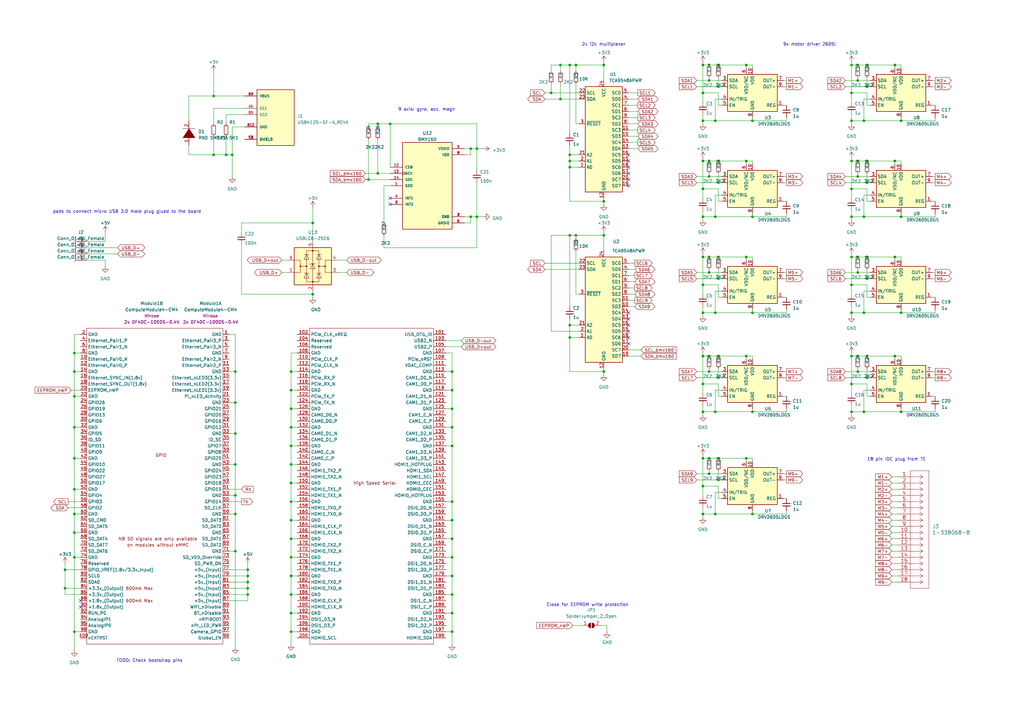
<source format=kicad_sch>
(kicad_sch (version 20210406) (generator eeschema)
  (paper "A3")
  (junction (at 26.67 233.68) (diameter 0.9144))
  (junction (at 26.67 241.3) (diameter 0.9144))
  (junction (at 30.48 144.78) (diameter 0.9144))
  (junction (at 30.48 152.4) (diameter 0.9144))
  (junction (at 30.48 162.56) (diameter 0.9144))
  (junction (at 30.48 175.26) (diameter 0.9144))
  (junction (at 30.48 187.96) (diameter 0.9144))
  (junction (at 30.48 200.66) (diameter 0.9144))
  (junction (at 30.48 210.82) (diameter 0.9144))
  (junction (at 30.48 218.44) (diameter 0.9144))
  (junction (at 30.48 228.6) (diameter 0.9144))
  (junction (at 30.48 259.08) (diameter 0.9144))
  (junction (at 87.63 39.37) (diameter 0.9144))
  (junction (at 87.63 63.5) (diameter 0.9144))
  (junction (at 92.71 63.5) (diameter 0.9144))
  (junction (at 95.25 63.5) (diameter 0.9144))
  (junction (at 96.52 152.4) (diameter 0.9144))
  (junction (at 96.52 165.1) (diameter 0.9144))
  (junction (at 96.52 177.8) (diameter 0.9144))
  (junction (at 96.52 190.5) (diameter 0.9144))
  (junction (at 96.52 203.2) (diameter 0.9144))
  (junction (at 96.52 210.82) (diameter 0.9144))
  (junction (at 96.52 226.06) (diameter 0.9144))
  (junction (at 101.6 233.68) (diameter 0.9144))
  (junction (at 101.6 236.22) (diameter 0.9144))
  (junction (at 101.6 238.76) (diameter 0.9144))
  (junction (at 101.6 241.3) (diameter 0.9144))
  (junction (at 101.6 243.84) (diameter 0.9144))
  (junction (at 119.38 152.4) (diameter 0.9144))
  (junction (at 119.38 160.02) (diameter 0.9144))
  (junction (at 119.38 167.64) (diameter 0.9144))
  (junction (at 119.38 175.26) (diameter 0.9144))
  (junction (at 119.38 182.88) (diameter 0.9144))
  (junction (at 119.38 190.5) (diameter 0.9144))
  (junction (at 119.38 198.12) (diameter 0.9144))
  (junction (at 119.38 205.74) (diameter 0.9144))
  (junction (at 119.38 213.36) (diameter 0.9144))
  (junction (at 119.38 220.98) (diameter 0.9144))
  (junction (at 119.38 228.6) (diameter 0.9144))
  (junction (at 119.38 236.22) (diameter 0.9144))
  (junction (at 119.38 243.84) (diameter 0.9144))
  (junction (at 119.38 251.46) (diameter 0.9144))
  (junction (at 119.38 259.08) (diameter 0.9144))
  (junction (at 128.27 91.44) (diameter 0.9144))
  (junction (at 128.27 120.65) (diameter 0.9144))
  (junction (at 151.13 73.66) (diameter 0.9144))
  (junction (at 154.94 50.8) (diameter 0.9144))
  (junction (at 154.94 71.12) (diameter 0.9144))
  (junction (at 160.02 50.8) (diameter 0.9144))
  (junction (at 185.42 152.4) (diameter 0.9144))
  (junction (at 185.42 160.02) (diameter 0.9144))
  (junction (at 185.42 167.64) (diameter 0.9144))
  (junction (at 185.42 175.26) (diameter 0.9144))
  (junction (at 185.42 182.88) (diameter 0.9144))
  (junction (at 185.42 205.74) (diameter 0.9144))
  (junction (at 185.42 213.36) (diameter 0.9144))
  (junction (at 185.42 220.98) (diameter 0.9144))
  (junction (at 185.42 228.6) (diameter 0.9144))
  (junction (at 185.42 236.22) (diameter 0.9144))
  (junction (at 185.42 243.84) (diameter 0.9144))
  (junction (at 185.42 251.46) (diameter 0.9144))
  (junction (at 185.42 259.08) (diameter 0.9144))
  (junction (at 193.04 60.96) (diameter 0.9144))
  (junction (at 193.04 88.9) (diameter 0.9144))
  (junction (at 195.58 60.96) (diameter 0.9144))
  (junction (at 195.58 88.9) (diameter 0.9144))
  (junction (at 226.06 38.1) (diameter 0.9144))
  (junction (at 229.87 26.67) (diameter 0.9144))
  (junction (at 229.87 40.64) (diameter 0.9144))
  (junction (at 233.68 26.67) (diameter 0.9144))
  (junction (at 233.68 63.5) (diameter 0.9144))
  (junction (at 233.68 66.04) (diameter 0.9144))
  (junction (at 233.68 68.58) (diameter 0.9144))
  (junction (at 233.68 96.52) (diameter 0.9144))
  (junction (at 233.68 133.35) (diameter 0.9144))
  (junction (at 233.68 138.43) (diameter 0.9144))
  (junction (at 236.22 26.67) (diameter 0.9144))
  (junction (at 236.22 96.52) (diameter 0.9144))
  (junction (at 247.65 26.67) (diameter 0.9144))
  (junction (at 247.65 82.55) (diameter 0.9144))
  (junction (at 247.65 96.52) (diameter 0.9144))
  (junction (at 247.65 152.4) (diameter 0.9144))
  (junction (at 288.29 26.67) (diameter 0.9144))
  (junction (at 288.29 38.1) (diameter 0.9144))
  (junction (at 288.29 49.53) (diameter 0.9144))
  (junction (at 288.29 66.04) (diameter 0.9144))
  (junction (at 288.29 77.47) (diameter 0.9144))
  (junction (at 288.29 88.9) (diameter 0.9144))
  (junction (at 288.29 105.41) (diameter 0.9144))
  (junction (at 288.29 116.84) (diameter 0.9144))
  (junction (at 288.29 128.27) (diameter 0.9144))
  (junction (at 288.29 146.05) (diameter 0.9144))
  (junction (at 288.29 157.48) (diameter 0.9144))
  (junction (at 288.29 168.91) (diameter 0.9144))
  (junction (at 288.29 187.96) (diameter 0.9144))
  (junction (at 288.29 199.39) (diameter 0.9144))
  (junction (at 288.29 210.82) (diameter 0.9144))
  (junction (at 290.83 26.67) (diameter 0.9144))
  (junction (at 290.83 33.02) (diameter 0.9144))
  (junction (at 290.83 66.04) (diameter 0.9144))
  (junction (at 290.83 72.39) (diameter 0.9144))
  (junction (at 290.83 105.41) (diameter 0.9144))
  (junction (at 290.83 111.76) (diameter 0.9144))
  (junction (at 290.83 146.05) (diameter 0.9144))
  (junction (at 290.83 152.4) (diameter 0.9144))
  (junction (at 290.83 187.96) (diameter 0.9144))
  (junction (at 290.83 194.31) (diameter 0.9144))
  (junction (at 293.37 49.53) (diameter 0.9144))
  (junction (at 293.37 88.9) (diameter 0.9144))
  (junction (at 293.37 128.27) (diameter 0.9144))
  (junction (at 293.37 168.91) (diameter 0.9144))
  (junction (at 293.37 210.82) (diameter 0.9144))
  (junction (at 294.64 26.67) (diameter 0.9144))
  (junction (at 294.64 35.56) (diameter 0.9144))
  (junction (at 294.64 66.04) (diameter 0.9144))
  (junction (at 294.64 74.93) (diameter 0.9144))
  (junction (at 294.64 105.41) (diameter 0.9144))
  (junction (at 294.64 114.3) (diameter 0.9144))
  (junction (at 294.64 146.05) (diameter 0.9144))
  (junction (at 294.64 154.94) (diameter 0.9144))
  (junction (at 294.64 187.96) (diameter 0.9144))
  (junction (at 294.64 196.85) (diameter 0.9144))
  (junction (at 306.07 26.67) (diameter 0.9144))
  (junction (at 306.07 66.04) (diameter 0.9144))
  (junction (at 306.07 105.41) (diameter 0.9144))
  (junction (at 306.07 146.05) (diameter 0.9144))
  (junction (at 306.07 187.96) (diameter 0.9144))
  (junction (at 308.61 49.53) (diameter 0.9144))
  (junction (at 308.61 88.9) (diameter 0.9144))
  (junction (at 308.61 128.27) (diameter 0.9144))
  (junction (at 308.61 168.91) (diameter 0.9144))
  (junction (at 308.61 210.82) (diameter 0.9144))
  (junction (at 349.25 26.67) (diameter 0.9144))
  (junction (at 349.25 38.1) (diameter 0.9144))
  (junction (at 349.25 49.53) (diameter 0.9144))
  (junction (at 349.25 66.04) (diameter 0.9144))
  (junction (at 349.25 77.47) (diameter 0.9144))
  (junction (at 349.25 88.9) (diameter 0.9144))
  (junction (at 349.25 105.41) (diameter 0.9144))
  (junction (at 349.25 116.84) (diameter 0.9144))
  (junction (at 349.25 128.27) (diameter 0.9144))
  (junction (at 349.25 146.05) (diameter 0.9144))
  (junction (at 349.25 157.48) (diameter 0.9144))
  (junction (at 349.25 168.91) (diameter 0.9144))
  (junction (at 351.79 26.67) (diameter 0.9144))
  (junction (at 351.79 33.02) (diameter 0.9144))
  (junction (at 351.79 66.04) (diameter 0.9144))
  (junction (at 351.79 72.39) (diameter 0.9144))
  (junction (at 351.79 105.41) (diameter 0.9144))
  (junction (at 351.79 111.76) (diameter 0.9144))
  (junction (at 351.79 146.05) (diameter 0.9144))
  (junction (at 351.79 152.4) (diameter 0.9144))
  (junction (at 354.33 49.53) (diameter 0.9144))
  (junction (at 354.33 88.9) (diameter 0.9144))
  (junction (at 354.33 128.27) (diameter 0.9144))
  (junction (at 354.33 168.91) (diameter 0.9144))
  (junction (at 355.6 26.67) (diameter 0.9144))
  (junction (at 355.6 35.56) (diameter 0.9144))
  (junction (at 355.6 66.04) (diameter 0.9144))
  (junction (at 355.6 74.93) (diameter 0.9144))
  (junction (at 355.6 105.41) (diameter 0.9144))
  (junction (at 355.6 114.3) (diameter 0.9144))
  (junction (at 355.6 146.05) (diameter 0.9144))
  (junction (at 355.6 154.94) (diameter 0.9144))
  (junction (at 367.03 26.67) (diameter 0.9144))
  (junction (at 367.03 66.04) (diameter 0.9144))
  (junction (at 367.03 105.41) (diameter 0.9144))
  (junction (at 367.03 146.05) (diameter 0.9144))
  (junction (at 369.57 49.53) (diameter 0.9144))
  (junction (at 369.57 88.9) (diameter 0.9144))
  (junction (at 369.57 128.27) (diameter 0.9144))
  (junction (at 369.57 168.91) (diameter 0.9144))
  (no_connect (at 33.02 246.38))
  (no_connect (at 33.02 248.92))
  (no_connect (at 160.02 81.28))
  (no_connect (at 160.02 83.82))
  (no_connect (at 257.81 63.5))
  (no_connect (at 257.81 66.04))
  (no_connect (at 257.81 68.58))
  (no_connect (at 257.81 71.12))
  (no_connect (at 257.81 73.66))
  (no_connect (at 257.81 76.2))
  (no_connect (at 257.81 128.27))
  (no_connect (at 257.81 130.81))
  (no_connect (at 257.81 133.35))
  (no_connect (at 257.81 135.89))
  (no_connect (at 257.81 138.43))
  (no_connect (at 257.81 140.97))
  (wire (pts (xy 26.67 231.14) (xy 26.67 233.68)))
  (wire (pts (xy 26.67 241.3) (xy 26.67 233.68)))
  (wire (pts (xy 26.67 243.84) (xy 26.67 241.3)))
  (wire (pts (xy 27.94 205.74) (xy 33.02 205.74)))
  (wire (pts (xy 27.94 208.28) (xy 33.02 208.28)))
  (wire (pts (xy 29.21 160.02) (xy 33.02 160.02)))
  (wire (pts (xy 30.48 137.16) (xy 30.48 144.78)))
  (wire (pts (xy 30.48 144.78) (xy 30.48 152.4)))
  (wire (pts (xy 30.48 152.4) (xy 30.48 162.56)))
  (wire (pts (xy 30.48 162.56) (xy 30.48 175.26)))
  (wire (pts (xy 30.48 175.26) (xy 30.48 187.96)))
  (wire (pts (xy 30.48 187.96) (xy 30.48 200.66)))
  (wire (pts (xy 30.48 200.66) (xy 30.48 210.82)))
  (wire (pts (xy 30.48 210.82) (xy 30.48 218.44)))
  (wire (pts (xy 30.48 218.44) (xy 30.48 228.6)))
  (wire (pts (xy 30.48 228.6) (xy 30.48 259.08)))
  (wire (pts (xy 30.48 259.08) (xy 30.48 266.7)))
  (wire (pts (xy 33.02 137.16) (xy 30.48 137.16)))
  (wire (pts (xy 33.02 144.78) (xy 30.48 144.78)))
  (wire (pts (xy 33.02 152.4) (xy 30.48 152.4)))
  (wire (pts (xy 33.02 162.56) (xy 30.48 162.56)))
  (wire (pts (xy 33.02 175.26) (xy 30.48 175.26)))
  (wire (pts (xy 33.02 187.96) (xy 30.48 187.96)))
  (wire (pts (xy 33.02 200.66) (xy 30.48 200.66)))
  (wire (pts (xy 33.02 210.82) (xy 30.48 210.82)))
  (wire (pts (xy 33.02 218.44) (xy 30.48 218.44)))
  (wire (pts (xy 33.02 228.6) (xy 30.48 228.6)))
  (wire (pts (xy 33.02 233.68) (xy 26.67 233.68)))
  (wire (pts (xy 33.02 241.3) (xy 26.67 241.3)))
  (wire (pts (xy 33.02 243.84) (xy 26.67 243.84)))
  (wire (pts (xy 33.02 259.08) (xy 30.48 259.08)))
  (wire (pts (xy 35.56 99.06) (xy 43.18 99.06)))
  (wire (pts (xy 35.56 101.6) (xy 48.26 101.6)))
  (wire (pts (xy 35.56 104.14) (xy 48.26 104.14)))
  (wire (pts (xy 35.56 106.68) (xy 43.18 106.68)))
  (wire (pts (xy 43.18 95.25) (xy 43.18 99.06)))
  (wire (pts (xy 43.18 109.22) (xy 43.18 106.68)))
  (wire (pts (xy 77.47 39.37) (xy 87.63 39.37)))
  (wire (pts (xy 77.47 49.53) (xy 77.47 39.37)))
  (wire (pts (xy 77.47 59.69) (xy 77.47 63.5)))
  (wire (pts (xy 77.47 63.5) (xy 87.63 63.5)))
  (wire (pts (xy 87.63 39.37) (xy 87.63 29.21)))
  (wire (pts (xy 87.63 39.37) (xy 100.33 39.37)))
  (wire (pts (xy 87.63 44.45) (xy 87.63 50.8)))
  (wire (pts (xy 87.63 55.88) (xy 87.63 63.5)))
  (wire (pts (xy 87.63 63.5) (xy 92.71 63.5)))
  (wire (pts (xy 92.71 46.99) (xy 92.71 50.8)))
  (wire (pts (xy 92.71 55.88) (xy 92.71 63.5)))
  (wire (pts (xy 92.71 63.5) (xy 95.25 63.5)))
  (wire (pts (xy 93.98 137.16) (xy 96.52 137.16)))
  (wire (pts (xy 93.98 152.4) (xy 96.52 152.4)))
  (wire (pts (xy 93.98 165.1) (xy 96.52 165.1)))
  (wire (pts (xy 93.98 177.8) (xy 96.52 177.8)))
  (wire (pts (xy 93.98 190.5) (xy 96.52 190.5)))
  (wire (pts (xy 93.98 200.66) (xy 99.06 200.66)))
  (wire (pts (xy 93.98 203.2) (xy 96.52 203.2)))
  (wire (pts (xy 93.98 205.74) (xy 99.06 205.74)))
  (wire (pts (xy 93.98 210.82) (xy 96.52 210.82)))
  (wire (pts (xy 93.98 226.06) (xy 96.52 226.06)))
  (wire (pts (xy 93.98 236.22) (xy 101.6 236.22)))
  (wire (pts (xy 93.98 238.76) (xy 101.6 238.76)))
  (wire (pts (xy 93.98 241.3) (xy 101.6 241.3)))
  (wire (pts (xy 93.98 243.84) (xy 101.6 243.84)))
  (wire (pts (xy 93.98 246.38) (xy 101.6 246.38)))
  (wire (pts (xy 95.25 52.07) (xy 95.25 63.5)))
  (wire (pts (xy 95.25 63.5) (xy 95.25 72.39)))
  (wire (pts (xy 96.52 137.16) (xy 96.52 152.4)))
  (wire (pts (xy 96.52 152.4) (xy 96.52 165.1)))
  (wire (pts (xy 96.52 165.1) (xy 96.52 177.8)))
  (wire (pts (xy 96.52 177.8) (xy 96.52 190.5)))
  (wire (pts (xy 96.52 190.5) (xy 96.52 203.2)))
  (wire (pts (xy 96.52 203.2) (xy 96.52 210.82)))
  (wire (pts (xy 96.52 210.82) (xy 96.52 226.06)))
  (wire (pts (xy 96.52 226.06) (xy 96.52 265.43)))
  (wire (pts (xy 99.06 91.44) (xy 99.06 95.25)))
  (wire (pts (xy 99.06 100.33) (xy 99.06 120.65)))
  (wire (pts (xy 99.06 120.65) (xy 128.27 120.65)))
  (wire (pts (xy 100.33 44.45) (xy 87.63 44.45)))
  (wire (pts (xy 100.33 46.99) (xy 92.71 46.99)))
  (wire (pts (xy 100.33 52.07) (xy 95.25 52.07)))
  (wire (pts (xy 101.6 231.14) (xy 101.6 233.68)))
  (wire (pts (xy 101.6 233.68) (xy 93.98 233.68)))
  (wire (pts (xy 101.6 236.22) (xy 101.6 233.68)))
  (wire (pts (xy 101.6 238.76) (xy 101.6 236.22)))
  (wire (pts (xy 101.6 241.3) (xy 101.6 238.76)))
  (wire (pts (xy 101.6 243.84) (xy 101.6 241.3)))
  (wire (pts (xy 101.6 246.38) (xy 101.6 243.84)))
  (wire (pts (xy 115.57 106.68) (xy 118.11 106.68)))
  (wire (pts (xy 115.57 111.76) (xy 118.11 111.76)))
  (wire (pts (xy 119.38 144.78) (xy 119.38 152.4)))
  (wire (pts (xy 119.38 152.4) (xy 119.38 160.02)))
  (wire (pts (xy 119.38 160.02) (xy 119.38 167.64)))
  (wire (pts (xy 119.38 167.64) (xy 119.38 175.26)))
  (wire (pts (xy 119.38 175.26) (xy 119.38 182.88)))
  (wire (pts (xy 119.38 182.88) (xy 119.38 190.5)))
  (wire (pts (xy 119.38 190.5) (xy 119.38 198.12)))
  (wire (pts (xy 119.38 198.12) (xy 119.38 205.74)))
  (wire (pts (xy 119.38 205.74) (xy 119.38 213.36)))
  (wire (pts (xy 119.38 213.36) (xy 119.38 220.98)))
  (wire (pts (xy 119.38 213.36) (xy 121.92 213.36)))
  (wire (pts (xy 119.38 220.98) (xy 119.38 228.6)))
  (wire (pts (xy 119.38 228.6) (xy 119.38 236.22)))
  (wire (pts (xy 119.38 236.22) (xy 119.38 243.84)))
  (wire (pts (xy 119.38 243.84) (xy 119.38 251.46)))
  (wire (pts (xy 119.38 251.46) (xy 121.92 251.46)))
  (wire (pts (xy 119.38 259.08) (xy 119.38 251.46)))
  (wire (pts (xy 119.38 259.08) (xy 119.38 264.16)))
  (wire (pts (xy 121.92 144.78) (xy 119.38 144.78)))
  (wire (pts (xy 121.92 152.4) (xy 119.38 152.4)))
  (wire (pts (xy 121.92 160.02) (xy 119.38 160.02)))
  (wire (pts (xy 121.92 167.64) (xy 119.38 167.64)))
  (wire (pts (xy 121.92 175.26) (xy 119.38 175.26)))
  (wire (pts (xy 121.92 182.88) (xy 119.38 182.88)))
  (wire (pts (xy 121.92 190.5) (xy 119.38 190.5)))
  (wire (pts (xy 121.92 198.12) (xy 119.38 198.12)))
  (wire (pts (xy 121.92 205.74) (xy 119.38 205.74)))
  (wire (pts (xy 121.92 220.98) (xy 119.38 220.98)))
  (wire (pts (xy 121.92 228.6) (xy 119.38 228.6)))
  (wire (pts (xy 121.92 236.22) (xy 119.38 236.22)))
  (wire (pts (xy 121.92 243.84) (xy 119.38 243.84)))
  (wire (pts (xy 121.92 259.08) (xy 119.38 259.08)))
  (wire (pts (xy 128.27 85.09) (xy 128.27 91.44)))
  (wire (pts (xy 128.27 91.44) (xy 99.06 91.44)))
  (wire (pts (xy 128.27 91.44) (xy 128.27 99.06)))
  (wire (pts (xy 128.27 119.38) (xy 128.27 120.65)))
  (wire (pts (xy 128.27 120.65) (xy 128.27 121.92)))
  (wire (pts (xy 138.43 106.68) (xy 142.24 106.68)))
  (wire (pts (xy 138.43 111.76) (xy 142.24 111.76)))
  (wire (pts (xy 149.86 71.12) (xy 154.94 71.12)))
  (wire (pts (xy 149.86 73.66) (xy 151.13 73.66)))
  (wire (pts (xy 151.13 50.8) (xy 154.94 50.8)))
  (wire (pts (xy 151.13 52.07) (xy 151.13 50.8)))
  (wire (pts (xy 151.13 57.15) (xy 151.13 73.66)))
  (wire (pts (xy 151.13 73.66) (xy 160.02 73.66)))
  (wire (pts (xy 154.94 50.8) (xy 154.94 52.07)))
  (wire (pts (xy 154.94 50.8) (xy 160.02 50.8)))
  (wire (pts (xy 154.94 57.15) (xy 154.94 71.12)))
  (wire (pts (xy 154.94 71.12) (xy 160.02 71.12)))
  (wire (pts (xy 157.48 76.2) (xy 157.48 91.44)))
  (wire (pts (xy 157.48 96.52) (xy 157.48 101.6)))
  (wire (pts (xy 157.48 101.6) (xy 195.58 101.6)))
  (wire (pts (xy 160.02 50.8) (xy 160.02 68.58)))
  (wire (pts (xy 160.02 50.8) (xy 195.58 50.8)))
  (wire (pts (xy 160.02 76.2) (xy 157.48 76.2)))
  (wire (pts (xy 182.88 139.7) (xy 189.23 139.7)))
  (wire (pts (xy 182.88 142.24) (xy 189.23 142.24)))
  (wire (pts (xy 182.88 144.78) (xy 185.42 144.78)))
  (wire (pts (xy 182.88 152.4) (xy 185.42 152.4)))
  (wire (pts (xy 182.88 243.84) (xy 185.42 243.84)))
  (wire (pts (xy 182.88 251.46) (xy 185.42 251.46)))
  (wire (pts (xy 182.88 259.08) (xy 185.42 259.08)))
  (wire (pts (xy 185.42 144.78) (xy 185.42 152.4)))
  (wire (pts (xy 185.42 152.4) (xy 185.42 160.02)))
  (wire (pts (xy 185.42 160.02) (xy 182.88 160.02)))
  (wire (pts (xy 185.42 160.02) (xy 185.42 167.64)))
  (wire (pts (xy 185.42 167.64) (xy 182.88 167.64)))
  (wire (pts (xy 185.42 167.64) (xy 185.42 175.26)))
  (wire (pts (xy 185.42 175.26) (xy 182.88 175.26)))
  (wire (pts (xy 185.42 175.26) (xy 185.42 182.88)))
  (wire (pts (xy 185.42 182.88) (xy 182.88 182.88)))
  (wire (pts (xy 185.42 182.88) (xy 185.42 205.74)))
  (wire (pts (xy 185.42 205.74) (xy 182.88 205.74)))
  (wire (pts (xy 185.42 205.74) (xy 185.42 213.36)))
  (wire (pts (xy 185.42 213.36) (xy 182.88 213.36)))
  (wire (pts (xy 185.42 213.36) (xy 185.42 220.98)))
  (wire (pts (xy 185.42 220.98) (xy 182.88 220.98)))
  (wire (pts (xy 185.42 220.98) (xy 185.42 228.6)))
  (wire (pts (xy 185.42 228.6) (xy 182.88 228.6)))
  (wire (pts (xy 185.42 228.6) (xy 185.42 236.22)))
  (wire (pts (xy 185.42 236.22) (xy 182.88 236.22)))
  (wire (pts (xy 185.42 236.22) (xy 185.42 243.84)))
  (wire (pts (xy 185.42 243.84) (xy 185.42 251.46)))
  (wire (pts (xy 185.42 251.46) (xy 185.42 259.08)))
  (wire (pts (xy 185.42 259.08) (xy 185.42 264.16)))
  (wire (pts (xy 190.5 60.96) (xy 193.04 60.96)))
  (wire (pts (xy 190.5 63.5) (xy 193.04 63.5)))
  (wire (pts (xy 190.5 88.9) (xy 193.04 88.9)))
  (wire (pts (xy 190.5 91.44) (xy 193.04 91.44)))
  (wire (pts (xy 193.04 60.96) (xy 193.04 63.5)))
  (wire (pts (xy 193.04 60.96) (xy 195.58 60.96)))
  (wire (pts (xy 193.04 88.9) (xy 193.04 91.44)))
  (wire (pts (xy 193.04 88.9) (xy 195.58 88.9)))
  (wire (pts (xy 195.58 50.8) (xy 195.58 60.96)))
  (wire (pts (xy 195.58 60.96) (xy 195.58 69.85)))
  (wire (pts (xy 195.58 60.96) (xy 198.12 60.96)))
  (wire (pts (xy 195.58 74.93) (xy 195.58 88.9)))
  (wire (pts (xy 195.58 88.9) (xy 198.12 88.9)))
  (wire (pts (xy 195.58 101.6) (xy 195.58 88.9)))
  (wire (pts (xy 223.52 38.1) (xy 226.06 38.1)))
  (wire (pts (xy 223.52 40.64) (xy 229.87 40.64)))
  (wire (pts (xy 223.52 107.95) (xy 237.49 107.95)))
  (wire (pts (xy 223.52 110.49) (xy 237.49 110.49)))
  (wire (pts (xy 226.06 26.67) (xy 226.06 29.21)))
  (wire (pts (xy 226.06 34.29) (xy 226.06 38.1)))
  (wire (pts (xy 226.06 38.1) (xy 237.49 38.1)))
  (wire (pts (xy 226.06 96.52) (xy 233.68 96.52)))
  (wire (pts (xy 226.06 135.89) (xy 226.06 96.52)))
  (wire (pts (xy 229.87 26.67) (xy 226.06 26.67)))
  (wire (pts (xy 229.87 26.67) (xy 229.87 29.21)))
  (wire (pts (xy 229.87 34.29) (xy 229.87 40.64)))
  (wire (pts (xy 229.87 40.64) (xy 237.49 40.64)))
  (wire (pts (xy 233.68 26.67) (xy 229.87 26.67)))
  (wire (pts (xy 233.68 26.67) (xy 233.68 54.61)))
  (wire (pts (xy 233.68 59.69) (xy 233.68 63.5)))
  (wire (pts (xy 233.68 63.5) (xy 233.68 66.04)))
  (wire (pts (xy 233.68 66.04) (xy 237.49 66.04)))
  (wire (pts (xy 233.68 68.58) (xy 233.68 66.04)))
  (wire (pts (xy 233.68 68.58) (xy 237.49 68.58)))
  (wire (pts (xy 233.68 82.55) (xy 233.68 68.58)))
  (wire (pts (xy 233.68 96.52) (xy 233.68 125.73)))
  (wire (pts (xy 233.68 96.52) (xy 236.22 96.52)))
  (wire (pts (xy 233.68 130.81) (xy 233.68 133.35)))
  (wire (pts (xy 233.68 133.35) (xy 233.68 138.43)))
  (wire (pts (xy 233.68 138.43) (xy 237.49 138.43)))
  (wire (pts (xy 233.68 152.4) (xy 233.68 138.43)))
  (wire (pts (xy 234.95 256.54) (xy 238.76 256.54)))
  (wire (pts (xy 236.22 26.67) (xy 233.68 26.67)))
  (wire (pts (xy 236.22 26.67) (xy 236.22 29.21)))
  (wire (pts (xy 236.22 34.29) (xy 236.22 50.8)))
  (wire (pts (xy 236.22 96.52) (xy 236.22 97.79)))
  (wire (pts (xy 236.22 96.52) (xy 247.65 96.52)))
  (wire (pts (xy 236.22 102.87) (xy 236.22 120.65)))
  (wire (pts (xy 236.22 120.65) (xy 237.49 120.65)))
  (wire (pts (xy 237.49 50.8) (xy 236.22 50.8)))
  (wire (pts (xy 237.49 63.5) (xy 233.68 63.5)))
  (wire (pts (xy 237.49 133.35) (xy 233.68 133.35)))
  (wire (pts (xy 237.49 135.89) (xy 226.06 135.89)))
  (wire (pts (xy 246.38 256.54) (xy 248.92 256.54)))
  (wire (pts (xy 247.65 25.4) (xy 247.65 26.67)))
  (wire (pts (xy 247.65 26.67) (xy 236.22 26.67)))
  (wire (pts (xy 247.65 26.67) (xy 247.65 33.02)))
  (wire (pts (xy 247.65 81.28) (xy 247.65 82.55)))
  (wire (pts (xy 247.65 82.55) (xy 233.68 82.55)))
  (wire (pts (xy 247.65 82.55) (xy 247.65 83.82)))
  (wire (pts (xy 247.65 95.25) (xy 247.65 96.52)))
  (wire (pts (xy 247.65 96.52) (xy 247.65 102.87)))
  (wire (pts (xy 247.65 151.13) (xy 247.65 152.4)))
  (wire (pts (xy 247.65 152.4) (xy 233.68 152.4)))
  (wire (pts (xy 247.65 152.4) (xy 247.65 153.67)))
  (wire (pts (xy 248.92 256.54) (xy 248.92 259.08)))
  (wire (pts (xy 257.81 38.1) (xy 261.62 38.1)))
  (wire (pts (xy 257.81 40.64) (xy 261.62 40.64)))
  (wire (pts (xy 257.81 43.18) (xy 261.62 43.18)))
  (wire (pts (xy 257.81 45.72) (xy 261.62 45.72)))
  (wire (pts (xy 257.81 48.26) (xy 261.62 48.26)))
  (wire (pts (xy 257.81 50.8) (xy 261.62 50.8)))
  (wire (pts (xy 257.81 53.34) (xy 261.62 53.34)))
  (wire (pts (xy 257.81 55.88) (xy 261.62 55.88)))
  (wire (pts (xy 257.81 58.42) (xy 261.62 58.42)))
  (wire (pts (xy 257.81 60.96) (xy 261.62 60.96)))
  (wire (pts (xy 257.81 107.95) (xy 260.35 107.95)))
  (wire (pts (xy 257.81 110.49) (xy 260.35 110.49)))
  (wire (pts (xy 257.81 113.03) (xy 260.35 113.03)))
  (wire (pts (xy 257.81 115.57) (xy 260.35 115.57)))
  (wire (pts (xy 257.81 118.11) (xy 260.35 118.11)))
  (wire (pts (xy 257.81 120.65) (xy 260.35 120.65)))
  (wire (pts (xy 257.81 123.19) (xy 260.35 123.19)))
  (wire (pts (xy 257.81 125.73) (xy 260.35 125.73)))
  (wire (pts (xy 257.81 143.51) (xy 262.89 143.51)))
  (wire (pts (xy 257.81 146.05) (xy 262.89 146.05)))
  (wire (pts (xy 285.75 33.02) (xy 290.83 33.02)))
  (wire (pts (xy 285.75 35.56) (xy 294.64 35.56)))
  (wire (pts (xy 285.75 72.39) (xy 290.83 72.39)))
  (wire (pts (xy 285.75 74.93) (xy 294.64 74.93)))
  (wire (pts (xy 285.75 111.76) (xy 290.83 111.76)))
  (wire (pts (xy 285.75 114.3) (xy 294.64 114.3)))
  (wire (pts (xy 285.75 152.4) (xy 290.83 152.4)))
  (wire (pts (xy 285.75 154.94) (xy 294.64 154.94)))
  (wire (pts (xy 285.75 194.31) (xy 290.83 194.31)))
  (wire (pts (xy 285.75 196.85) (xy 294.64 196.85)))
  (wire (pts (xy 288.29 25.4) (xy 288.29 26.67)))
  (wire (pts (xy 288.29 26.67) (xy 290.83 26.67)))
  (wire (pts (xy 288.29 38.1) (xy 288.29 26.67)))
  (wire (pts (xy 288.29 38.1) (xy 288.29 41.91)))
  (wire (pts (xy 288.29 38.1) (xy 294.64 38.1)))
  (wire (pts (xy 288.29 46.99) (xy 288.29 49.53)))
  (wire (pts (xy 288.29 49.53) (xy 288.29 50.8)))
  (wire (pts (xy 288.29 49.53) (xy 293.37 49.53)))
  (wire (pts (xy 288.29 64.77) (xy 288.29 66.04)))
  (wire (pts (xy 288.29 66.04) (xy 290.83 66.04)))
  (wire (pts (xy 288.29 77.47) (xy 288.29 66.04)))
  (wire (pts (xy 288.29 77.47) (xy 288.29 81.28)))
  (wire (pts (xy 288.29 77.47) (xy 294.64 77.47)))
  (wire (pts (xy 288.29 86.36) (xy 288.29 88.9)))
  (wire (pts (xy 288.29 88.9) (xy 288.29 90.17)))
  (wire (pts (xy 288.29 88.9) (xy 293.37 88.9)))
  (wire (pts (xy 288.29 104.14) (xy 288.29 105.41)))
  (wire (pts (xy 288.29 105.41) (xy 290.83 105.41)))
  (wire (pts (xy 288.29 116.84) (xy 288.29 105.41)))
  (wire (pts (xy 288.29 116.84) (xy 288.29 120.65)))
  (wire (pts (xy 288.29 116.84) (xy 294.64 116.84)))
  (wire (pts (xy 288.29 125.73) (xy 288.29 128.27)))
  (wire (pts (xy 288.29 128.27) (xy 288.29 129.54)))
  (wire (pts (xy 288.29 128.27) (xy 293.37 128.27)))
  (wire (pts (xy 288.29 144.78) (xy 288.29 146.05)))
  (wire (pts (xy 288.29 146.05) (xy 290.83 146.05)))
  (wire (pts (xy 288.29 157.48) (xy 288.29 146.05)))
  (wire (pts (xy 288.29 157.48) (xy 288.29 161.29)))
  (wire (pts (xy 288.29 157.48) (xy 294.64 157.48)))
  (wire (pts (xy 288.29 166.37) (xy 288.29 168.91)))
  (wire (pts (xy 288.29 168.91) (xy 288.29 170.18)))
  (wire (pts (xy 288.29 168.91) (xy 293.37 168.91)))
  (wire (pts (xy 288.29 186.69) (xy 288.29 187.96)))
  (wire (pts (xy 288.29 187.96) (xy 290.83 187.96)))
  (wire (pts (xy 288.29 199.39) (xy 288.29 187.96)))
  (wire (pts (xy 288.29 199.39) (xy 288.29 203.2)))
  (wire (pts (xy 288.29 199.39) (xy 294.64 199.39)))
  (wire (pts (xy 288.29 208.28) (xy 288.29 210.82)))
  (wire (pts (xy 288.29 210.82) (xy 288.29 212.09)))
  (wire (pts (xy 288.29 210.82) (xy 293.37 210.82)))
  (wire (pts (xy 290.83 26.67) (xy 294.64 26.67)))
  (wire (pts (xy 290.83 31.75) (xy 290.83 33.02)))
  (wire (pts (xy 290.83 33.02) (xy 295.91 33.02)))
  (wire (pts (xy 290.83 66.04) (xy 294.64 66.04)))
  (wire (pts (xy 290.83 71.12) (xy 290.83 72.39)))
  (wire (pts (xy 290.83 72.39) (xy 295.91 72.39)))
  (wire (pts (xy 290.83 105.41) (xy 294.64 105.41)))
  (wire (pts (xy 290.83 110.49) (xy 290.83 111.76)))
  (wire (pts (xy 290.83 111.76) (xy 295.91 111.76)))
  (wire (pts (xy 290.83 146.05) (xy 294.64 146.05)))
  (wire (pts (xy 290.83 151.13) (xy 290.83 152.4)))
  (wire (pts (xy 290.83 152.4) (xy 295.91 152.4)))
  (wire (pts (xy 290.83 187.96) (xy 294.64 187.96)))
  (wire (pts (xy 290.83 193.04) (xy 290.83 194.31)))
  (wire (pts (xy 290.83 194.31) (xy 295.91 194.31)))
  (wire (pts (xy 293.37 40.64) (xy 293.37 49.53)))
  (wire (pts (xy 293.37 80.01) (xy 293.37 88.9)))
  (wire (pts (xy 293.37 119.38) (xy 293.37 128.27)))
  (wire (pts (xy 293.37 160.02) (xy 293.37 168.91)))
  (wire (pts (xy 293.37 201.93) (xy 293.37 210.82)))
  (wire (pts (xy 294.64 26.67) (xy 306.07 26.67)))
  (wire (pts (xy 294.64 31.75) (xy 294.64 35.56)))
  (wire (pts (xy 294.64 35.56) (xy 295.91 35.56)))
  (wire (pts (xy 294.64 38.1) (xy 294.64 43.18)))
  (wire (pts (xy 294.64 43.18) (xy 295.91 43.18)))
  (wire (pts (xy 294.64 66.04) (xy 306.07 66.04)))
  (wire (pts (xy 294.64 71.12) (xy 294.64 74.93)))
  (wire (pts (xy 294.64 74.93) (xy 295.91 74.93)))
  (wire (pts (xy 294.64 77.47) (xy 294.64 82.55)))
  (wire (pts (xy 294.64 82.55) (xy 295.91 82.55)))
  (wire (pts (xy 294.64 105.41) (xy 306.07 105.41)))
  (wire (pts (xy 294.64 110.49) (xy 294.64 114.3)))
  (wire (pts (xy 294.64 114.3) (xy 295.91 114.3)))
  (wire (pts (xy 294.64 116.84) (xy 294.64 121.92)))
  (wire (pts (xy 294.64 121.92) (xy 295.91 121.92)))
  (wire (pts (xy 294.64 146.05) (xy 306.07 146.05)))
  (wire (pts (xy 294.64 151.13) (xy 294.64 154.94)))
  (wire (pts (xy 294.64 154.94) (xy 295.91 154.94)))
  (wire (pts (xy 294.64 157.48) (xy 294.64 162.56)))
  (wire (pts (xy 294.64 162.56) (xy 295.91 162.56)))
  (wire (pts (xy 294.64 187.96) (xy 306.07 187.96)))
  (wire (pts (xy 294.64 193.04) (xy 294.64 196.85)))
  (wire (pts (xy 294.64 196.85) (xy 295.91 196.85)))
  (wire (pts (xy 294.64 199.39) (xy 294.64 204.47)))
  (wire (pts (xy 294.64 204.47) (xy 295.91 204.47)))
  (wire (pts (xy 295.91 40.64) (xy 293.37 40.64)))
  (wire (pts (xy 295.91 80.01) (xy 293.37 80.01)))
  (wire (pts (xy 295.91 119.38) (xy 293.37 119.38)))
  (wire (pts (xy 295.91 160.02) (xy 293.37 160.02)))
  (wire (pts (xy 295.91 201.93) (xy 293.37 201.93)))
  (wire (pts (xy 306.07 26.67) (xy 306.07 27.94)))
  (wire (pts (xy 306.07 26.67) (xy 308.61 26.67)))
  (wire (pts (xy 306.07 66.04) (xy 306.07 67.31)))
  (wire (pts (xy 306.07 66.04) (xy 308.61 66.04)))
  (wire (pts (xy 306.07 105.41) (xy 306.07 106.68)))
  (wire (pts (xy 306.07 105.41) (xy 308.61 105.41)))
  (wire (pts (xy 306.07 146.05) (xy 306.07 147.32)))
  (wire (pts (xy 306.07 146.05) (xy 308.61 146.05)))
  (wire (pts (xy 306.07 187.96) (xy 306.07 189.23)))
  (wire (pts (xy 306.07 187.96) (xy 308.61 187.96)))
  (wire (pts (xy 308.61 26.67) (xy 308.61 27.94)))
  (wire (pts (xy 308.61 48.26) (xy 308.61 49.53)))
  (wire (pts (xy 308.61 49.53) (xy 293.37 49.53)))
  (wire (pts (xy 308.61 49.53) (xy 322.58 49.53)))
  (wire (pts (xy 308.61 66.04) (xy 308.61 67.31)))
  (wire (pts (xy 308.61 87.63) (xy 308.61 88.9)))
  (wire (pts (xy 308.61 88.9) (xy 293.37 88.9)))
  (wire (pts (xy 308.61 88.9) (xy 322.58 88.9)))
  (wire (pts (xy 308.61 105.41) (xy 308.61 106.68)))
  (wire (pts (xy 308.61 127) (xy 308.61 128.27)))
  (wire (pts (xy 308.61 128.27) (xy 293.37 128.27)))
  (wire (pts (xy 308.61 128.27) (xy 322.58 128.27)))
  (wire (pts (xy 308.61 146.05) (xy 308.61 147.32)))
  (wire (pts (xy 308.61 167.64) (xy 308.61 168.91)))
  (wire (pts (xy 308.61 168.91) (xy 293.37 168.91)))
  (wire (pts (xy 308.61 168.91) (xy 322.58 168.91)))
  (wire (pts (xy 308.61 187.96) (xy 308.61 189.23)))
  (wire (pts (xy 308.61 209.55) (xy 308.61 210.82)))
  (wire (pts (xy 308.61 210.82) (xy 293.37 210.82)))
  (wire (pts (xy 308.61 210.82) (xy 322.58 210.82)))
  (wire (pts (xy 321.31 33.02) (xy 322.58 33.02)))
  (wire (pts (xy 321.31 35.56) (xy 322.58 35.56)))
  (wire (pts (xy 321.31 43.18) (xy 322.58 43.18)))
  (wire (pts (xy 321.31 72.39) (xy 322.58 72.39)))
  (wire (pts (xy 321.31 74.93) (xy 322.58 74.93)))
  (wire (pts (xy 321.31 82.55) (xy 322.58 82.55)))
  (wire (pts (xy 321.31 111.76) (xy 322.58 111.76)))
  (wire (pts (xy 321.31 114.3) (xy 322.58 114.3)))
  (wire (pts (xy 321.31 121.92) (xy 322.58 121.92)))
  (wire (pts (xy 321.31 152.4) (xy 322.58 152.4)))
  (wire (pts (xy 321.31 154.94) (xy 322.58 154.94)))
  (wire (pts (xy 321.31 162.56) (xy 322.58 162.56)))
  (wire (pts (xy 321.31 194.31) (xy 322.58 194.31)))
  (wire (pts (xy 321.31 196.85) (xy 322.58 196.85)))
  (wire (pts (xy 321.31 204.47) (xy 322.58 204.47)))
  (wire (pts (xy 322.58 49.53) (xy 322.58 48.26)))
  (wire (pts (xy 322.58 88.9) (xy 322.58 87.63)))
  (wire (pts (xy 322.58 128.27) (xy 322.58 127)))
  (wire (pts (xy 322.58 168.91) (xy 322.58 167.64)))
  (wire (pts (xy 322.58 210.82) (xy 322.58 209.55)))
  (wire (pts (xy 346.71 33.02) (xy 351.79 33.02)))
  (wire (pts (xy 346.71 35.56) (xy 355.6 35.56)))
  (wire (pts (xy 346.71 72.39) (xy 351.79 72.39)))
  (wire (pts (xy 346.71 74.93) (xy 355.6 74.93)))
  (wire (pts (xy 346.71 111.76) (xy 351.79 111.76)))
  (wire (pts (xy 346.71 114.3) (xy 355.6 114.3)))
  (wire (pts (xy 346.71 152.4) (xy 351.79 152.4)))
  (wire (pts (xy 346.71 154.94) (xy 355.6 154.94)))
  (wire (pts (xy 349.25 25.4) (xy 349.25 26.67)))
  (wire (pts (xy 349.25 26.67) (xy 351.79 26.67)))
  (wire (pts (xy 349.25 38.1) (xy 349.25 26.67)))
  (wire (pts (xy 349.25 38.1) (xy 349.25 41.91)))
  (wire (pts (xy 349.25 38.1) (xy 355.6 38.1)))
  (wire (pts (xy 349.25 46.99) (xy 349.25 49.53)))
  (wire (pts (xy 349.25 49.53) (xy 349.25 50.8)))
  (wire (pts (xy 349.25 49.53) (xy 354.33 49.53)))
  (wire (pts (xy 349.25 64.77) (xy 349.25 66.04)))
  (wire (pts (xy 349.25 66.04) (xy 351.79 66.04)))
  (wire (pts (xy 349.25 77.47) (xy 349.25 66.04)))
  (wire (pts (xy 349.25 77.47) (xy 349.25 81.28)))
  (wire (pts (xy 349.25 77.47) (xy 355.6 77.47)))
  (wire (pts (xy 349.25 86.36) (xy 349.25 88.9)))
  (wire (pts (xy 349.25 88.9) (xy 349.25 90.17)))
  (wire (pts (xy 349.25 88.9) (xy 354.33 88.9)))
  (wire (pts (xy 349.25 104.14) (xy 349.25 105.41)))
  (wire (pts (xy 349.25 105.41) (xy 351.79 105.41)))
  (wire (pts (xy 349.25 116.84) (xy 349.25 105.41)))
  (wire (pts (xy 349.25 116.84) (xy 349.25 120.65)))
  (wire (pts (xy 349.25 116.84) (xy 355.6 116.84)))
  (wire (pts (xy 349.25 125.73) (xy 349.25 128.27)))
  (wire (pts (xy 349.25 128.27) (xy 349.25 129.54)))
  (wire (pts (xy 349.25 128.27) (xy 354.33 128.27)))
  (wire (pts (xy 349.25 144.78) (xy 349.25 146.05)))
  (wire (pts (xy 349.25 146.05) (xy 351.79 146.05)))
  (wire (pts (xy 349.25 157.48) (xy 349.25 146.05)))
  (wire (pts (xy 349.25 157.48) (xy 349.25 161.29)))
  (wire (pts (xy 349.25 157.48) (xy 355.6 157.48)))
  (wire (pts (xy 349.25 166.37) (xy 349.25 168.91)))
  (wire (pts (xy 349.25 168.91) (xy 349.25 170.18)))
  (wire (pts (xy 349.25 168.91) (xy 354.33 168.91)))
  (wire (pts (xy 351.79 26.67) (xy 355.6 26.67)))
  (wire (pts (xy 351.79 31.75) (xy 351.79 33.02)))
  (wire (pts (xy 351.79 33.02) (xy 356.87 33.02)))
  (wire (pts (xy 351.79 66.04) (xy 355.6 66.04)))
  (wire (pts (xy 351.79 71.12) (xy 351.79 72.39)))
  (wire (pts (xy 351.79 72.39) (xy 356.87 72.39)))
  (wire (pts (xy 351.79 105.41) (xy 355.6 105.41)))
  (wire (pts (xy 351.79 110.49) (xy 351.79 111.76)))
  (wire (pts (xy 351.79 111.76) (xy 356.87 111.76)))
  (wire (pts (xy 351.79 146.05) (xy 355.6 146.05)))
  (wire (pts (xy 351.79 151.13) (xy 351.79 152.4)))
  (wire (pts (xy 351.79 152.4) (xy 356.87 152.4)))
  (wire (pts (xy 354.33 40.64) (xy 354.33 49.53)))
  (wire (pts (xy 354.33 80.01) (xy 354.33 88.9)))
  (wire (pts (xy 354.33 119.38) (xy 354.33 128.27)))
  (wire (pts (xy 354.33 160.02) (xy 354.33 168.91)))
  (wire (pts (xy 355.6 26.67) (xy 367.03 26.67)))
  (wire (pts (xy 355.6 31.75) (xy 355.6 35.56)))
  (wire (pts (xy 355.6 35.56) (xy 356.87 35.56)))
  (wire (pts (xy 355.6 38.1) (xy 355.6 43.18)))
  (wire (pts (xy 355.6 43.18) (xy 356.87 43.18)))
  (wire (pts (xy 355.6 66.04) (xy 367.03 66.04)))
  (wire (pts (xy 355.6 71.12) (xy 355.6 74.93)))
  (wire (pts (xy 355.6 74.93) (xy 356.87 74.93)))
  (wire (pts (xy 355.6 77.47) (xy 355.6 82.55)))
  (wire (pts (xy 355.6 82.55) (xy 356.87 82.55)))
  (wire (pts (xy 355.6 105.41) (xy 367.03 105.41)))
  (wire (pts (xy 355.6 110.49) (xy 355.6 114.3)))
  (wire (pts (xy 355.6 114.3) (xy 356.87 114.3)))
  (wire (pts (xy 355.6 116.84) (xy 355.6 121.92)))
  (wire (pts (xy 355.6 121.92) (xy 356.87 121.92)))
  (wire (pts (xy 355.6 146.05) (xy 367.03 146.05)))
  (wire (pts (xy 355.6 151.13) (xy 355.6 154.94)))
  (wire (pts (xy 355.6 154.94) (xy 356.87 154.94)))
  (wire (pts (xy 355.6 157.48) (xy 355.6 162.56)))
  (wire (pts (xy 355.6 162.56) (xy 356.87 162.56)))
  (wire (pts (xy 356.87 40.64) (xy 354.33 40.64)))
  (wire (pts (xy 356.87 80.01) (xy 354.33 80.01)))
  (wire (pts (xy 356.87 119.38) (xy 354.33 119.38)))
  (wire (pts (xy 356.87 160.02) (xy 354.33 160.02)))
  (wire (pts (xy 365.76 195.58) (xy 368.3 195.58)))
  (wire (pts (xy 365.76 198.12) (xy 368.3 198.12)))
  (wire (pts (xy 365.76 200.66) (xy 368.3 200.66)))
  (wire (pts (xy 365.76 203.2) (xy 368.3 203.2)))
  (wire (pts (xy 365.76 205.74) (xy 368.3 205.74)))
  (wire (pts (xy 365.76 208.28) (xy 368.3 208.28)))
  (wire (pts (xy 365.76 210.82) (xy 368.3 210.82)))
  (wire (pts (xy 365.76 213.36) (xy 368.3 213.36)))
  (wire (pts (xy 365.76 215.9) (xy 368.3 215.9)))
  (wire (pts (xy 365.76 218.44) (xy 368.3 218.44)))
  (wire (pts (xy 365.76 220.98) (xy 368.3 220.98)))
  (wire (pts (xy 365.76 223.52) (xy 368.3 223.52)))
  (wire (pts (xy 365.76 226.06) (xy 368.3 226.06)))
  (wire (pts (xy 365.76 228.6) (xy 368.3 228.6)))
  (wire (pts (xy 365.76 231.14) (xy 368.3 231.14)))
  (wire (pts (xy 365.76 233.68) (xy 368.3 233.68)))
  (wire (pts (xy 365.76 236.22) (xy 368.3 236.22)))
  (wire (pts (xy 365.76 238.76) (xy 368.3 238.76)))
  (wire (pts (xy 367.03 26.67) (xy 367.03 27.94)))
  (wire (pts (xy 367.03 26.67) (xy 369.57 26.67)))
  (wire (pts (xy 367.03 66.04) (xy 367.03 67.31)))
  (wire (pts (xy 367.03 66.04) (xy 369.57 66.04)))
  (wire (pts (xy 367.03 105.41) (xy 367.03 106.68)))
  (wire (pts (xy 367.03 105.41) (xy 369.57 105.41)))
  (wire (pts (xy 367.03 146.05) (xy 367.03 147.32)))
  (wire (pts (xy 367.03 146.05) (xy 369.57 146.05)))
  (wire (pts (xy 369.57 26.67) (xy 369.57 27.94)))
  (wire (pts (xy 369.57 48.26) (xy 369.57 49.53)))
  (wire (pts (xy 369.57 49.53) (xy 354.33 49.53)))
  (wire (pts (xy 369.57 49.53) (xy 383.54 49.53)))
  (wire (pts (xy 369.57 66.04) (xy 369.57 67.31)))
  (wire (pts (xy 369.57 87.63) (xy 369.57 88.9)))
  (wire (pts (xy 369.57 88.9) (xy 354.33 88.9)))
  (wire (pts (xy 369.57 88.9) (xy 383.54 88.9)))
  (wire (pts (xy 369.57 105.41) (xy 369.57 106.68)))
  (wire (pts (xy 369.57 127) (xy 369.57 128.27)))
  (wire (pts (xy 369.57 128.27) (xy 354.33 128.27)))
  (wire (pts (xy 369.57 128.27) (xy 383.54 128.27)))
  (wire (pts (xy 369.57 146.05) (xy 369.57 147.32)))
  (wire (pts (xy 369.57 167.64) (xy 369.57 168.91)))
  (wire (pts (xy 369.57 168.91) (xy 354.33 168.91)))
  (wire (pts (xy 369.57 168.91) (xy 383.54 168.91)))
  (wire (pts (xy 382.27 33.02) (xy 383.54 33.02)))
  (wire (pts (xy 382.27 35.56) (xy 383.54 35.56)))
  (wire (pts (xy 382.27 43.18) (xy 383.54 43.18)))
  (wire (pts (xy 382.27 72.39) (xy 383.54 72.39)))
  (wire (pts (xy 382.27 74.93) (xy 383.54 74.93)))
  (wire (pts (xy 382.27 82.55) (xy 383.54 82.55)))
  (wire (pts (xy 382.27 111.76) (xy 383.54 111.76)))
  (wire (pts (xy 382.27 114.3) (xy 383.54 114.3)))
  (wire (pts (xy 382.27 121.92) (xy 383.54 121.92)))
  (wire (pts (xy 382.27 152.4) (xy 383.54 152.4)))
  (wire (pts (xy 382.27 154.94) (xy 383.54 154.94)))
  (wire (pts (xy 382.27 162.56) (xy 383.54 162.56)))
  (wire (pts (xy 383.54 49.53) (xy 383.54 48.26)))
  (wire (pts (xy 383.54 88.9) (xy 383.54 87.63)))
  (wire (pts (xy 383.54 128.27) (xy 383.54 127)))
  (wire (pts (xy 383.54 168.91) (xy 383.54 167.64)))
  (text "TODO: Check bootstrap pins" (at 74.93 271.78 180) (effects (font (size 1.27 1.27)) (justify right bottom)))
  (text "pads to connect micro USB 3.0 male plug glued to the board\n" (at 82.55 87.63 0) (effects (font (size 1.27 1.27)) (justify right bottom)))
  (text "9 axis: gyro, acc, magn" (at 186.69 45.72 180) (effects (font (size 1.27 1.27)) (justify right bottom)))
  (text "2x i2c multiplexer" (at 256.54 19.05 180) (effects (font (size 1.27 1.27)) (justify right bottom)))
  (text "Close for EEPROM write protection" (at 257.81 248.92 180) (effects (font (size 1.27 1.27)) (justify right bottom)))
  (text "9x motor driver 2605l" (at 342.9 19.05 180) (effects (font (size 1.27 1.27)) (justify right bottom)))
  (text "18 pin IDC plug from TE" (at 379.73 189.23 180) (effects (font (size 1.27 1.27)) (justify right bottom)))
  (global_label "SCL" (shape output) (at 27.94 205.74 180) (property "Intersheet References" "${INTERSHEET_REFS}" (effects hide)))
  (global_label "SDA" (shape bidirectional) (at 27.94 208.28 180) (property "Intersheet References" "${INTERSHEET_REFS}" (effects hide)))
  (global_label "EEPROM_nWP" (shape input) (at 29.21 160.02 180) (property "Intersheet References" "${INTERSHEET_REFS}" (effects hide)))
  (global_label "USB_D+" (shape bidirectional) (at 48.26 101.6 0) (property "Intersheet References" "${INTERSHEET_REFS}" (effects hide)))
  (global_label "USB_D-" (shape bidirectional) (at 48.26 104.14 0) (property "Intersheet References" "${INTERSHEET_REFS}" (effects hide)))
  (global_label "RX" (shape input) (at 99.06 200.66 0) (property "Intersheet References" "${INTERSHEET_REFS}" (effects hide)))
  (global_label "TX" (shape output) (at 99.06 205.74 0) (property "Intersheet References" "${INTERSHEET_REFS}" (effects hide)))
  (global_label "USB_D+out" (shape bidirectional) (at 115.57 106.68 180) (property "Intersheet References" "${INTERSHEET_REFS}" (effects hide)))
  (global_label "USB_D+" (shape bidirectional) (at 115.57 111.76 180) (property "Intersheet References" "${INTERSHEET_REFS}" (effects hide)))
  (global_label "USB_D-out" (shape bidirectional) (at 142.24 106.68 0) (property "Intersheet References" "${INTERSHEET_REFS}" (effects hide)))
  (global_label "USB_D-" (shape bidirectional) (at 142.24 111.76 0) (property "Intersheet References" "${INTERSHEET_REFS}" (effects hide)))
  (global_label "SCL_bmx160" (shape input) (at 149.86 71.12 180) (property "Intersheet References" "${INTERSHEET_REFS}" (effects hide)))
  (global_label "SDA_bmx160" (shape input) (at 149.86 73.66 180) (property "Intersheet References" "${INTERSHEET_REFS}" (effects hide)))
  (global_label "USB_D-out" (shape bidirectional) (at 189.23 139.7 0) (property "Intersheet References" "${INTERSHEET_REFS}" (effects hide)))
  (global_label "USB_D+out" (shape bidirectional) (at 189.23 142.24 0) (property "Intersheet References" "${INTERSHEET_REFS}" (effects hide)))
  (global_label "SCL" (shape input) (at 223.52 38.1 180) (property "Intersheet References" "${INTERSHEET_REFS}" (effects hide)))
  (global_label "SDA" (shape bidirectional) (at 223.52 40.64 180) (property "Intersheet References" "${INTERSHEET_REFS}" (effects hide)))
  (global_label "SCL" (shape input) (at 223.52 107.95 180) (property "Intersheet References" "${INTERSHEET_REFS}" (effects hide)))
  (global_label "SDA" (shape bidirectional) (at 223.52 110.49 180) (property "Intersheet References" "${INTERSHEET_REFS}" (effects hide)))
  (global_label "EEPROM_nWP" (shape input) (at 234.95 256.54 180) (property "Intersheet References" "${INTERSHEET_REFS}" (effects hide)))
  (global_label "SCL6" (shape output) (at 260.35 107.95 0) (property "Intersheet References" "${INTERSHEET_REFS}" (effects hide)))
  (global_label "SDA6" (shape bidirectional) (at 260.35 110.49 0) (property "Intersheet References" "${INTERSHEET_REFS}" (effects hide)))
  (global_label "SCL7" (shape output) (at 260.35 113.03 0) (property "Intersheet References" "${INTERSHEET_REFS}" (effects hide)))
  (global_label "SDA7" (shape bidirectional) (at 260.35 115.57 0) (property "Intersheet References" "${INTERSHEET_REFS}" (effects hide)))
  (global_label "SCL8" (shape output) (at 260.35 118.11 0) (property "Intersheet References" "${INTERSHEET_REFS}" (effects hide)))
  (global_label "SDA8" (shape bidirectional) (at 260.35 120.65 0) (property "Intersheet References" "${INTERSHEET_REFS}" (effects hide)))
  (global_label "SCL9" (shape output) (at 260.35 123.19 0) (property "Intersheet References" "${INTERSHEET_REFS}" (effects hide)))
  (global_label "SDA9" (shape bidirectional) (at 260.35 125.73 0) (property "Intersheet References" "${INTERSHEET_REFS}" (effects hide)))
  (global_label "SCL1" (shape output) (at 261.62 38.1 0) (property "Intersheet References" "${INTERSHEET_REFS}" (effects hide)))
  (global_label "SDA1" (shape bidirectional) (at 261.62 40.64 0) (property "Intersheet References" "${INTERSHEET_REFS}" (effects hide)))
  (global_label "SCL2" (shape output) (at 261.62 43.18 0) (property "Intersheet References" "${INTERSHEET_REFS}" (effects hide)))
  (global_label "SDA2" (shape bidirectional) (at 261.62 45.72 0) (property "Intersheet References" "${INTERSHEET_REFS}" (effects hide)))
  (global_label "SCL3" (shape output) (at 261.62 48.26 0) (property "Intersheet References" "${INTERSHEET_REFS}" (effects hide)))
  (global_label "SDA3" (shape bidirectional) (at 261.62 50.8 0) (property "Intersheet References" "${INTERSHEET_REFS}" (effects hide)))
  (global_label "SCL4" (shape output) (at 261.62 53.34 0) (property "Intersheet References" "${INTERSHEET_REFS}" (effects hide)))
  (global_label "SDA4" (shape bidirectional) (at 261.62 55.88 0) (property "Intersheet References" "${INTERSHEET_REFS}" (effects hide)))
  (global_label "SCL5" (shape output) (at 261.62 58.42 0) (property "Intersheet References" "${INTERSHEET_REFS}" (effects hide)))
  (global_label "SDA5" (shape bidirectional) (at 261.62 60.96 0) (property "Intersheet References" "${INTERSHEET_REFS}" (effects hide)))
  (global_label "SCL_bmx160" (shape input) (at 262.89 143.51 0) (property "Intersheet References" "${INTERSHEET_REFS}" (effects hide)))
  (global_label "SDA_bmx160" (shape input) (at 262.89 146.05 0) (property "Intersheet References" "${INTERSHEET_REFS}" (effects hide)))
  (global_label "SDA1" (shape input) (at 285.75 33.02 180) (property "Intersheet References" "${INTERSHEET_REFS}" (effects hide)))
  (global_label "SCL1" (shape input) (at 285.75 35.56 180) (property "Intersheet References" "${INTERSHEET_REFS}" (effects hide)))
  (global_label "SDA3" (shape input) (at 285.75 72.39 180) (property "Intersheet References" "${INTERSHEET_REFS}" (effects hide)))
  (global_label "SCL3" (shape input) (at 285.75 74.93 180) (property "Intersheet References" "${INTERSHEET_REFS}" (effects hide)))
  (global_label "SDA5" (shape input) (at 285.75 111.76 180) (property "Intersheet References" "${INTERSHEET_REFS}" (effects hide)))
  (global_label "SCL5" (shape input) (at 285.75 114.3 180) (property "Intersheet References" "${INTERSHEET_REFS}" (effects hide)))
  (global_label "SDA7" (shape input) (at 285.75 152.4 180) (property "Intersheet References" "${INTERSHEET_REFS}" (effects hide)))
  (global_label "SCL7" (shape input) (at 285.75 154.94 180) (property "Intersheet References" "${INTERSHEET_REFS}" (effects hide)))
  (global_label "SDA9" (shape input) (at 285.75 194.31 180) (property "Intersheet References" "${INTERSHEET_REFS}" (effects hide)))
  (global_label "SCL9" (shape input) (at 285.75 196.85 180) (property "Intersheet References" "${INTERSHEET_REFS}" (effects hide)))
  (global_label "M1+" (shape output) (at 322.58 33.02 0) (property "Intersheet References" "${INTERSHEET_REFS}" (effects hide)))
  (global_label "M1-" (shape output) (at 322.58 35.56 0) (property "Intersheet References" "${INTERSHEET_REFS}" (effects hide)))
  (global_label "M3+" (shape output) (at 322.58 72.39 0) (property "Intersheet References" "${INTERSHEET_REFS}" (effects hide)))
  (global_label "M3-" (shape output) (at 322.58 74.93 0) (property "Intersheet References" "${INTERSHEET_REFS}" (effects hide)))
  (global_label "M5+" (shape output) (at 322.58 111.76 0) (property "Intersheet References" "${INTERSHEET_REFS}" (effects hide)))
  (global_label "M5-" (shape output) (at 322.58 114.3 0) (property "Intersheet References" "${INTERSHEET_REFS}" (effects hide)))
  (global_label "M7+" (shape output) (at 322.58 152.4 0) (property "Intersheet References" "${INTERSHEET_REFS}" (effects hide)))
  (global_label "M7-" (shape output) (at 322.58 154.94 0) (property "Intersheet References" "${INTERSHEET_REFS}" (effects hide)))
  (global_label "M9+" (shape output) (at 322.58 194.31 0) (property "Intersheet References" "${INTERSHEET_REFS}" (effects hide)))
  (global_label "M9-" (shape output) (at 322.58 196.85 0) (property "Intersheet References" "${INTERSHEET_REFS}" (effects hide)))
  (global_label "SDA2" (shape input) (at 346.71 33.02 180) (property "Intersheet References" "${INTERSHEET_REFS}" (effects hide)))
  (global_label "SCL2" (shape input) (at 346.71 35.56 180) (property "Intersheet References" "${INTERSHEET_REFS}" (effects hide)))
  (global_label "SDA4" (shape input) (at 346.71 72.39 180) (property "Intersheet References" "${INTERSHEET_REFS}" (effects hide)))
  (global_label "SCL4" (shape input) (at 346.71 74.93 180) (property "Intersheet References" "${INTERSHEET_REFS}" (effects hide)))
  (global_label "SDA6" (shape input) (at 346.71 111.76 180) (property "Intersheet References" "${INTERSHEET_REFS}" (effects hide)))
  (global_label "SCL6" (shape input) (at 346.71 114.3 180) (property "Intersheet References" "${INTERSHEET_REFS}" (effects hide)))
  (global_label "SDA8" (shape input) (at 346.71 152.4 180) (property "Intersheet References" "${INTERSHEET_REFS}" (effects hide)))
  (global_label "SCL8" (shape input) (at 346.71 154.94 180) (property "Intersheet References" "${INTERSHEET_REFS}" (effects hide)))
  (global_label "M1+" (shape input) (at 365.76 195.58 180) (property "Intersheet References" "${INTERSHEET_REFS}" (effects hide)))
  (global_label "M1-" (shape input) (at 365.76 198.12 180) (property "Intersheet References" "${INTERSHEET_REFS}" (effects hide)))
  (global_label "M2+" (shape input) (at 365.76 200.66 180) (property "Intersheet References" "${INTERSHEET_REFS}" (effects hide)))
  (global_label "M2-" (shape input) (at 365.76 203.2 180) (property "Intersheet References" "${INTERSHEET_REFS}" (effects hide)))
  (global_label "M3+" (shape input) (at 365.76 205.74 180) (property "Intersheet References" "${INTERSHEET_REFS}" (effects hide)))
  (global_label "M3-" (shape input) (at 365.76 208.28 180) (property "Intersheet References" "${INTERSHEET_REFS}" (effects hide)))
  (global_label "M4+" (shape input) (at 365.76 210.82 180) (property "Intersheet References" "${INTERSHEET_REFS}" (effects hide)))
  (global_label "M4-" (shape input) (at 365.76 213.36 180) (property "Intersheet References" "${INTERSHEET_REFS}" (effects hide)))
  (global_label "M5+" (shape input) (at 365.76 215.9 180) (property "Intersheet References" "${INTERSHEET_REFS}" (effects hide)))
  (global_label "M5-" (shape input) (at 365.76 218.44 180) (property "Intersheet References" "${INTERSHEET_REFS}" (effects hide)))
  (global_label "M6+" (shape input) (at 365.76 220.98 180) (property "Intersheet References" "${INTERSHEET_REFS}" (effects hide)))
  (global_label "M6-" (shape input) (at 365.76 223.52 180) (property "Intersheet References" "${INTERSHEET_REFS}" (effects hide)))
  (global_label "M7+" (shape input) (at 365.76 226.06 180) (property "Intersheet References" "${INTERSHEET_REFS}" (effects hide)))
  (global_label "M7-" (shape input) (at 365.76 228.6 180) (property "Intersheet References" "${INTERSHEET_REFS}" (effects hide)))
  (global_label "M8+" (shape input) (at 365.76 231.14 180) (property "Intersheet References" "${INTERSHEET_REFS}" (effects hide)))
  (global_label "M8-" (shape input) (at 365.76 233.68 180) (property "Intersheet References" "${INTERSHEET_REFS}" (effects hide)))
  (global_label "M9+" (shape input) (at 365.76 236.22 180) (property "Intersheet References" "${INTERSHEET_REFS}" (effects hide)))
  (global_label "M9-" (shape input) (at 365.76 238.76 180) (property "Intersheet References" "${INTERSHEET_REFS}" (effects hide)))
  (global_label "M2+" (shape output) (at 383.54 33.02 0) (property "Intersheet References" "${INTERSHEET_REFS}" (effects hide)))
  (global_label "M2-" (shape output) (at 383.54 35.56 0) (property "Intersheet References" "${INTERSHEET_REFS}" (effects hide)))
  (global_label "M4+" (shape output) (at 383.54 72.39 0) (property "Intersheet References" "${INTERSHEET_REFS}" (effects hide)))
  (global_label "M4-" (shape output) (at 383.54 74.93 0) (property "Intersheet References" "${INTERSHEET_REFS}" (effects hide)))
  (global_label "M6+" (shape output) (at 383.54 111.76 0) (property "Intersheet References" "${INTERSHEET_REFS}" (effects hide)))
  (global_label "M6-" (shape output) (at 383.54 114.3 0) (property "Intersheet References" "${INTERSHEET_REFS}" (effects hide)))
  (global_label "M8+" (shape output) (at 383.54 152.4 0) (property "Intersheet References" "${INTERSHEET_REFS}" (effects hide)))
  (global_label "M8-" (shape output) (at 383.54 154.94 0) (property "Intersheet References" "${INTERSHEET_REFS}" (effects hide)))
  (symbol (lib_id "power:+3.3V") (at 26.67 231.14 0) (unit 1)
    (property "Reference" "#PWR01" (effects hide))
    (property "Value" "+3.3V" (at 26.67 227.33 0))
  )
  (symbol (lib_id "power:+5V") (at 43.18 95.25 0) (unit 1)
    (property "Reference" "#PWR06" (effects hide))
    (property "Value" "+5V" (at 43.18 91.44 0))
  )
  (symbol (lib_id "power:+5V") (at 87.63 29.21 0) (unit 1)
    (property "Reference" "#PWR0110" (effects hide))
    (property "Value" "+5V" (at 87.63 25.4 0))
  )
  (symbol (lib_id "power:+5V") (at 101.6 231.14 0) (unit 1)
    (property "Reference" "#PWR05" (effects hide))
    (property "Value" "+5V" (at 101.6 227.33 0))
  )
  (symbol (lib_id "power:+5V") (at 128.27 85.09 0) (unit 1)
    (property "Reference" "#PWR0111" (effects hide))
    (property "Value" "+5V" (at 128.27 81.28 0))
  )
  (symbol (lib_id "power:+3.3V") (at 198.12 60.96 270) (unit 1)
    (property "Reference" "#PWR0105" (effects hide))
    (property "Value" "+3.3V" (at 201.93 61.5949 90) (effects (justify left)))
  )
  (symbol (lib_id "power:+3.3V") (at 247.65 25.4 0) (unit 1)
    (property "Reference" "#PWR07" (effects hide))
    (property "Value" "+3.3V" (at 247.65 21.59 0))
  )
  (symbol (lib_id "power:+3.3V") (at 247.65 95.25 0) (unit 1)
    (property "Reference" "#PWR09" (effects hide))
    (property "Value" "+3.3V" (at 247.65 91.44 0))
  )
  (symbol (lib_id "power:+3.3V") (at 288.29 25.4 0) (unit 1)
    (property "Reference" "#PWR011" (effects hide))
    (property "Value" "+3.3V" (at 288.29 21.59 0))
  )
  (symbol (lib_id "power:+3.3V") (at 288.29 64.77 0) (unit 1)
    (property "Reference" "#PWR013" (effects hide))
    (property "Value" "+3.3V" (at 288.29 60.96 0))
  )
  (symbol (lib_id "power:+3.3V") (at 288.29 104.14 0) (unit 1)
    (property "Reference" "#PWR015" (effects hide))
    (property "Value" "+3.3V" (at 288.29 100.33 0))
  )
  (symbol (lib_id "power:+3.3V") (at 288.29 144.78 0) (unit 1)
    (property "Reference" "#PWR017" (effects hide))
    (property "Value" "+3.3V" (at 288.29 140.97 0))
  )
  (symbol (lib_id "power:+3.3V") (at 288.29 186.69 0) (unit 1)
    (property "Reference" "#PWR019" (effects hide))
    (property "Value" "+3.3V" (at 288.29 182.88 0))
  )
  (symbol (lib_id "power:+3.3V") (at 349.25 25.4 0) (unit 1)
    (property "Reference" "#PWR021" (effects hide))
    (property "Value" "+3.3V" (at 349.25 21.59 0))
  )
  (symbol (lib_id "power:+3.3V") (at 349.25 64.77 0) (unit 1)
    (property "Reference" "#PWR023" (effects hide))
    (property "Value" "+3.3V" (at 349.25 60.96 0))
  )
  (symbol (lib_id "power:+3.3V") (at 349.25 104.14 0) (unit 1)
    (property "Reference" "#PWR025" (effects hide))
    (property "Value" "+3.3V" (at 349.25 100.33 0))
  )
  (symbol (lib_id "power:+3.3V") (at 349.25 144.78 0) (unit 1)
    (property "Reference" "#PWR027" (effects hide))
    (property "Value" "+3.3V" (at 349.25 140.97 0))
  )
  (symbol (lib_id "Connector:Conn_01x01_Female") (at 30.48 99.06 180) (unit 1)
    (property "Reference" "J2" (at 33.1724 95.25 0))
    (property "Value" "Conn_01x01_Female" (at 33.1724 97.79 0))
    (property "Footprint" "Connector_Wire:SolderWirePad_1x01_SMD_1x2mm" (effects hide))
  )
  (symbol (lib_id "Connector:Conn_01x01_Female") (at 30.48 101.6 180) (unit 1)
    (property "Reference" "J4" (at 33.1724 97.79 0))
    (property "Value" "Conn_01x01_Female" (at 33.1724 100.33 0))
    (property "Footprint" "Connector_Wire:SolderWirePad_1x01_SMD_1x2mm" (effects hide))
  )
  (symbol (lib_id "Connector:Conn_01x01_Female") (at 30.48 104.14 180) (unit 1)
    (property "Reference" "J5" (at 33.1724 100.33 0))
    (property "Value" "Conn_01x01_Female" (at 33.1724 102.87 0))
    (property "Footprint" "Connector_Wire:SolderWirePad_1x01_SMD_1x2mm" (effects hide))
  )
  (symbol (lib_id "Connector:Conn_01x01_Female") (at 30.48 106.68 180) (unit 1)
    (property "Reference" "J6" (at 33.1724 102.87 0))
    (property "Value" "Conn_01x01_Female" (at 33.1724 105.41 0))
    (property "Footprint" "Connector_Wire:SolderWirePad_1x01_SMD_1x2mm" (effects hide))
  )
  (symbol (lib_id "power:GND") (at 30.48 266.7 0) (unit 1)
    (property "Reference" "#PWR0104" (effects hide))
    (property "Value" "GND" (at 30.48 271.78 0))
  )
  (symbol (lib_id "power:GND") (at 43.18 109.22 0) (unit 1)
    (property "Reference" "#PWR04" (effects hide))
    (property "Value" "GND" (at 43.18 114.3 0))
  )
  (symbol (lib_id "power:GND") (at 95.25 72.39 0) (unit 1)
    (property "Reference" "#PWR0109" (effects hide))
    (property "Value" "GND" (at 95.25 77.47 0))
  )
  (symbol (lib_id "power:GND") (at 96.52 265.43 0) (unit 1)
    (property "Reference" "#PWR0103" (effects hide))
    (property "Value" "GND" (at 96.52 270.51 0))
  )
  (symbol (lib_id "power:GND") (at 119.38 264.16 0) (unit 1)
    (property "Reference" "#PWR0102" (effects hide))
    (property "Value" "GND" (at 119.38 269.24 0))
  )
  (symbol (lib_id "power:GND") (at 128.27 121.92 0) (unit 1)
    (property "Reference" "#PWR0108" (effects hide))
    (property "Value" "GND" (at 129.54 127 0))
  )
  (symbol (lib_id "power:GND") (at 185.42 264.16 0) (unit 1)
    (property "Reference" "#PWR0101" (effects hide))
    (property "Value" "GND" (at 185.42 269.24 0))
  )
  (symbol (lib_id "power:GND") (at 198.12 88.9 90) (unit 1)
    (property "Reference" "#PWR0106" (effects hide))
    (property "Value" "GND" (at 201.93 89.5349 90) (effects (justify right)))
  )
  (symbol (lib_id "power:GND") (at 247.65 83.82 0) (unit 1)
    (property "Reference" "#PWR08" (effects hide))
    (property "Value" "GND" (at 247.65 88.9 0))
  )
  (symbol (lib_id "power:GND") (at 247.65 153.67 0) (unit 1)
    (property "Reference" "#PWR010" (effects hide))
    (property "Value" "GND" (at 247.65 158.75 0))
  )
  (symbol (lib_id "power:GND") (at 248.92 259.08 0) (unit 1)
    (property "Reference" "#PWR0107" (effects hide))
    (property "Value" "GND" (at 249.047 263.4742 0))
  )
  (symbol (lib_id "power:GND") (at 288.29 50.8 0) (unit 1)
    (property "Reference" "#PWR012" (effects hide))
    (property "Value" "GND" (at 288.29 55.88 0))
  )
  (symbol (lib_id "power:GND") (at 288.29 90.17 0) (unit 1)
    (property "Reference" "#PWR014" (effects hide))
    (property "Value" "GND" (at 288.29 95.25 0))
  )
  (symbol (lib_id "power:GND") (at 288.29 129.54 0) (unit 1)
    (property "Reference" "#PWR016" (effects hide))
    (property "Value" "GND" (at 288.29 134.62 0))
  )
  (symbol (lib_id "power:GND") (at 288.29 170.18 0) (unit 1)
    (property "Reference" "#PWR018" (effects hide))
    (property "Value" "GND" (at 288.29 175.26 0))
  )
  (symbol (lib_id "power:GND") (at 288.29 212.09 0) (unit 1)
    (property "Reference" "#PWR020" (effects hide))
    (property "Value" "GND" (at 288.29 217.17 0))
  )
  (symbol (lib_id "power:GND") (at 349.25 50.8 0) (unit 1)
    (property "Reference" "#PWR022" (effects hide))
    (property "Value" "GND" (at 349.25 55.88 0))
  )
  (symbol (lib_id "power:GND") (at 349.25 90.17 0) (unit 1)
    (property "Reference" "#PWR024" (effects hide))
    (property "Value" "GND" (at 349.25 95.25 0))
  )
  (symbol (lib_id "power:GND") (at 349.25 129.54 0) (unit 1)
    (property "Reference" "#PWR026" (effects hide))
    (property "Value" "GND" (at 349.25 134.62 0))
  )
  (symbol (lib_id "power:GND") (at 349.25 170.18 0) (unit 1)
    (property "Reference" "#PWR028" (effects hide))
    (property "Value" "GND" (at 349.25 175.26 0))
  )
  (symbol (lib_id "Device:R_Small") (at 87.63 53.34 0) (unit 1)
    (property "Reference" "R2" (at 88.9 50.1649 0) (effects (justify left)))
    (property "Value" "5K1" (at 88.9 56.5149 0) (effects (justify left)))
    (property "Footprint" "Resistor_SMD:R_0603_1608Metric" (effects hide))
  )
  (symbol (lib_id "Device:R_Small") (at 92.71 53.34 0) (unit 1)
    (property "Reference" "R1" (at 93.98 50.1649 0) (effects (justify left)))
    (property "Value" "5K1" (at 93.98 56.5149 0) (effects (justify left)))
    (property "Footprint" "Resistor_SMD:R_0603_1608Metric" (effects hide))
  )
  (symbol (lib_id "Device:R_Small") (at 151.13 54.61 0) (unit 1)
    (property "Reference" "R25" (at 151.13 55.2449 90) (effects (justify left)))
    (property "Value" "2K2" (at 149.86 60.3249 0) (effects (justify left)))
    (property "Footprint" "Resistor_SMD:R_0603_1608Metric" (effects hide))
  )
  (symbol (lib_id "Device:R_Small") (at 154.94 54.61 0) (unit 1)
    (property "Reference" "R26" (at 154.94 55.2449 90) (effects (justify left)))
    (property "Value" "2K2" (at 153.67 60.3249 0) (effects (justify left)))
    (property "Footprint" "Resistor_SMD:R_0603_1608Metric" (effects hide))
  )
  (symbol (lib_id "Device:R_Small") (at 157.48 93.98 0) (unit 1)
    (property "Reference" "R27" (at 157.48 94.6149 90) (effects (justify left)))
    (property "Value" "2K2" (at 156.21 99.6949 0) (effects (justify left)))
    (property "Footprint" "Resistor_SMD:R_0603_1608Metric" (effects hide))
  )
  (symbol (lib_id "Device:R_Small") (at 226.06 31.75 0) (unit 1)
    (property "Reference" "R3" (at 226.06 32.3849 90) (effects (justify left)))
    (property "Value" "2K2" (at 220.98 33.6549 0) (effects (justify left)))
    (property "Footprint" "Resistor_SMD:R_0603_1608Metric" (effects hide))
  )
  (symbol (lib_id "Device:R_Small") (at 229.87 31.75 0) (unit 1)
    (property "Reference" "R4" (at 229.87 32.3849 90) (effects (justify left)))
    (property "Value" "2K2" (at 231.14 33.6549 0) (effects (justify left)))
    (property "Footprint" "Resistor_SMD:R_0603_1608Metric" (effects hide))
  )
  (symbol (lib_id "Device:R_Small") (at 236.22 31.75 0) (unit 1)
    (property "Reference" "R5" (at 236.22 32.3849 90) (effects (justify left)))
    (property "Value" "10K" (at 237.49 32.3849 0) (effects (justify left)))
    (property "Footprint" "Resistor_SMD:R_0603_1608Metric" (effects hide))
  )
  (symbol (lib_id "Device:R_Small") (at 236.22 100.33 0) (unit 1)
    (property "Reference" "R6" (at 236.22 100.9649 90) (effects (justify left)))
    (property "Value" "10K" (at 237.49 100.9649 0) (effects (justify left)))
    (property "Footprint" "Resistor_SMD:R_0603_1608Metric" (effects hide))
  )
  (symbol (lib_id "Device:R_Small") (at 290.83 29.21 0) (unit 1)
    (property "Reference" "R7" (at 290.83 29.8449 90) (effects (justify left)))
    (property "Value" "2K2" (at 288.29 34.9249 0) (effects (justify left)))
    (property "Footprint" "Resistor_SMD:R_0603_1608Metric" (effects hide))
  )
  (symbol (lib_id "Device:R_Small") (at 290.83 68.58 0) (unit 1)
    (property "Reference" "R8" (at 290.83 69.2149 90) (effects (justify left)))
    (property "Value" "2K2" (at 288.29 74.2949 0) (effects (justify left)))
    (property "Footprint" "Resistor_SMD:R_0603_1608Metric" (effects hide))
  )
  (symbol (lib_id "Device:R_Small") (at 290.83 107.95 0) (unit 1)
    (property "Reference" "R9" (at 290.83 108.5849 90) (effects (justify left)))
    (property "Value" "2K2" (at 288.29 113.6649 0) (effects (justify left)))
    (property "Footprint" "Resistor_SMD:R_0603_1608Metric" (effects hide))
  )
  (symbol (lib_id "Device:R_Small") (at 290.83 148.59 0) (unit 1)
    (property "Reference" "R10" (at 290.83 149.2249 90) (effects (justify left)))
    (property "Value" "2K2" (at 288.29 154.3049 0) (effects (justify left)))
    (property "Footprint" "Resistor_SMD:R_0603_1608Metric" (effects hide))
  )
  (symbol (lib_id "Device:R_Small") (at 290.83 190.5 0) (unit 1)
    (property "Reference" "R11" (at 290.83 191.1349 90) (effects (justify left)))
    (property "Value" "2K2" (at 288.29 196.2149 0) (effects (justify left)))
    (property "Footprint" "Resistor_SMD:R_0603_1608Metric" (effects hide))
  )
  (symbol (lib_id "Device:R_Small") (at 294.64 29.21 0) (unit 1)
    (property "Reference" "R12" (at 294.64 29.8449 90) (effects (justify left)))
    (property "Value" "2K2" (at 293.37 34.9249 0) (effects (justify left)))
    (property "Footprint" "Resistor_SMD:R_0603_1608Metric" (effects hide))
  )
  (symbol (lib_id "Device:R_Small") (at 294.64 68.58 0) (unit 1)
    (property "Reference" "R13" (at 294.64 69.2149 90) (effects (justify left)))
    (property "Value" "2K2" (at 293.37 74.2949 0) (effects (justify left)))
    (property "Footprint" "Resistor_SMD:R_0603_1608Metric" (effects hide))
  )
  (symbol (lib_id "Device:R_Small") (at 294.64 107.95 0) (unit 1)
    (property "Reference" "R14" (at 294.64 108.5849 90) (effects (justify left)))
    (property "Value" "2K2" (at 293.37 113.6649 0) (effects (justify left)))
    (property "Footprint" "Resistor_SMD:R_0603_1608Metric" (effects hide))
  )
  (symbol (lib_id "Device:R_Small") (at 294.64 148.59 0) (unit 1)
    (property "Reference" "R15" (at 294.64 149.2249 90) (effects (justify left)))
    (property "Value" "2K2" (at 293.37 154.3049 0) (effects (justify left)))
    (property "Footprint" "Resistor_SMD:R_0603_1608Metric" (effects hide))
  )
  (symbol (lib_id "Device:R_Small") (at 294.64 190.5 0) (unit 1)
    (property "Reference" "R16" (at 294.64 191.1349 90) (effects (justify left)))
    (property "Value" "2K2" (at 293.37 196.2149 0) (effects (justify left)))
    (property "Footprint" "Resistor_SMD:R_0603_1608Metric" (effects hide))
  )
  (symbol (lib_id "Device:R_Small") (at 351.79 29.21 0) (unit 1)
    (property "Reference" "R17" (at 351.79 29.8449 90) (effects (justify left)))
    (property "Value" "2K2" (at 349.25 34.9249 0) (effects (justify left)))
    (property "Footprint" "Resistor_SMD:R_0603_1608Metric" (effects hide))
  )
  (symbol (lib_id "Device:R_Small") (at 351.79 68.58 0) (unit 1)
    (property "Reference" "R18" (at 351.79 69.2149 90) (effects (justify left)))
    (property "Value" "2K2" (at 349.25 74.2949 0) (effects (justify left)))
    (property "Footprint" "Resistor_SMD:R_0603_1608Metric" (effects hide))
  )
  (symbol (lib_id "Device:R_Small") (at 351.79 107.95 0) (unit 1)
    (property "Reference" "R19" (at 351.79 108.5849 90) (effects (justify left)))
    (property "Value" "2K2" (at 349.25 113.6649 0) (effects (justify left)))
    (property "Footprint" "Resistor_SMD:R_0603_1608Metric" (effects hide))
  )
  (symbol (lib_id "Device:R_Small") (at 351.79 148.59 0) (unit 1)
    (property "Reference" "R20" (at 351.79 149.2249 90) (effects (justify left)))
    (property "Value" "2K2" (at 349.25 154.3049 0) (effects (justify left)))
    (property "Footprint" "Resistor_SMD:R_0603_1608Metric" (effects hide))
  )
  (symbol (lib_id "Device:R_Small") (at 355.6 29.21 0) (unit 1)
    (property "Reference" "R21" (at 355.6 29.8449 90) (effects (justify left)))
    (property "Value" "2K2" (at 354.33 34.9249 0) (effects (justify left)))
    (property "Footprint" "Resistor_SMD:R_0603_1608Metric" (effects hide))
  )
  (symbol (lib_id "Device:R_Small") (at 355.6 68.58 0) (unit 1)
    (property "Reference" "R22" (at 355.6 69.2149 90) (effects (justify left)))
    (property "Value" "2K2" (at 354.33 74.2949 0) (effects (justify left)))
    (property "Footprint" "Resistor_SMD:R_0603_1608Metric" (effects hide))
  )
  (symbol (lib_id "Device:R_Small") (at 355.6 107.95 0) (unit 1)
    (property "Reference" "R23" (at 355.6 108.5849 90) (effects (justify left)))
    (property "Value" "2K2" (at 354.33 113.6649 0) (effects (justify left)))
    (property "Footprint" "Resistor_SMD:R_0603_1608Metric" (effects hide))
  )
  (symbol (lib_id "Device:R_Small") (at 355.6 148.59 0) (unit 1)
    (property "Reference" "R24" (at 355.6 149.2249 90) (effects (justify left)))
    (property "Value" "2K2" (at 354.33 154.3049 0) (effects (justify left)))
    (property "Footprint" "Resistor_SMD:R_0603_1608Metric" (effects hide))
  )
  (symbol (lib_id "Jumper:SolderJumper_2_Open") (at 242.57 256.54 0) (unit 1)
    (property "Reference" "JP1" (at 242.57 250.19 0))
    (property "Value" "SolderJumper_2_Open" (at 242.57 252.73 0))
    (property "Footprint" "Jumper:SolderJumper-2_P1.3mm_Open_RoundedPad1.0x1.5mm" (effects hide))
  )
  (symbol (lib_id "Device:C_Small") (at 99.06 97.79 0) (unit 1)
    (property "Reference" "C22" (at 100.33 95.8849 0) (effects (justify left)))
    (property "Value" "100n" (at 100.33 99.6949 0) (effects (justify left)))
    (property "Footprint" "Capacitor_SMD:C_0603_1608Metric" (effects hide))
  )
  (symbol (lib_id "Device:C_Small") (at 195.58 72.39 0) (unit 1)
    (property "Reference" "C21" (at 196.85 70.4849 0) (effects (justify left)))
    (property "Value" "100n" (at 196.85 74.2949 0) (effects (justify left)))
    (property "Footprint" "Capacitor_SMD:C_0603_1608Metric" (effects hide))
  )
  (symbol (lib_id "Device:C_Small") (at 233.68 57.15 0) (unit 1)
    (property "Reference" "C1" (at 234.95 55.2449 0) (effects (justify left)))
    (property "Value" "1u" (at 234.95 59.0549 0) (effects (justify left)))
    (property "Footprint" "own:CUI_UJC-HP-3-SMT-TR" (effects hide))
  )
  (symbol (lib_id "Device:C_Small") (at 233.68 128.27 0) (unit 1)
    (property "Reference" "C2" (at 234.95 126.3649 0) (effects (justify left)))
    (property "Value" "1u" (at 234.95 130.1749 0) (effects (justify left)))
    (property "Footprint" "Capacitor_SMD:C_0603_1608Metric" (effects hide))
  )
  (symbol (lib_id "Device:C_Small") (at 288.29 44.45 0) (unit 1)
    (property "Reference" "C3" (at 289.56 42.5449 0) (effects (justify left)))
    (property "Value" "1u" (at 289.56 46.3549 0) (effects (justify left)))
    (property "Footprint" "Capacitor_SMD:C_0603_1608Metric" (effects hide))
  )
  (symbol (lib_id "Device:C_Small") (at 288.29 83.82 0) (unit 1)
    (property "Reference" "C4" (at 289.56 81.9149 0) (effects (justify left)))
    (property "Value" "1u" (at 289.56 85.7249 0) (effects (justify left)))
    (property "Footprint" "Capacitor_SMD:C_0603_1608Metric" (effects hide))
  )
  (symbol (lib_id "Device:C_Small") (at 288.29 123.19 0) (unit 1)
    (property "Reference" "C5" (at 289.56 121.2849 0) (effects (justify left)))
    (property "Value" "1u" (at 289.56 125.0949 0) (effects (justify left)))
    (property "Footprint" "Capacitor_SMD:C_0603_1608Metric" (effects hide))
  )
  (symbol (lib_id "Device:C_Small") (at 288.29 163.83 0) (unit 1)
    (property "Reference" "C6" (at 289.56 161.9249 0) (effects (justify left)))
    (property "Value" "1u" (at 289.56 165.7349 0) (effects (justify left)))
    (property "Footprint" "Capacitor_SMD:C_0603_1608Metric" (effects hide))
  )
  (symbol (lib_id "Device:C_Small") (at 288.29 205.74 0) (unit 1)
    (property "Reference" "C7" (at 289.56 203.8349 0) (effects (justify left)))
    (property "Value" "1u" (at 289.56 207.6449 0) (effects (justify left)))
    (property "Footprint" "Capacitor_SMD:C_0603_1608Metric" (effects hide))
  )
  (symbol (lib_id "Device:C_Small") (at 322.58 45.72 0) (unit 1)
    (property "Reference" "C8" (at 325.12 45.0849 0) (effects (justify left)))
    (property "Value" "1u" (at 325.12 47.6249 0) (effects (justify left)))
    (property "Footprint" "Capacitor_SMD:C_0603_1608Metric" (effects hide))
  )
  (symbol (lib_id "Device:C_Small") (at 322.58 85.09 0) (unit 1)
    (property "Reference" "C9" (at 325.12 84.4549 0) (effects (justify left)))
    (property "Value" "1u" (at 325.12 86.9949 0) (effects (justify left)))
    (property "Footprint" "Capacitor_SMD:C_0603_1608Metric" (effects hide))
  )
  (symbol (lib_id "Device:C_Small") (at 322.58 124.46 0) (unit 1)
    (property "Reference" "C10" (at 325.12 123.8249 0) (effects (justify left)))
    (property "Value" "1u" (at 325.12 126.3649 0) (effects (justify left)))
    (property "Footprint" "Capacitor_SMD:C_0603_1608Metric" (effects hide))
  )
  (symbol (lib_id "Device:C_Small") (at 322.58 165.1 0) (unit 1)
    (property "Reference" "C11" (at 325.12 164.4649 0) (effects (justify left)))
    (property "Value" "1u" (at 325.12 167.0049 0) (effects (justify left)))
    (property "Footprint" "Capacitor_SMD:C_0603_1608Metric" (effects hide))
  )
  (symbol (lib_id "Device:C_Small") (at 322.58 207.01 0) (unit 1)
    (property "Reference" "C12" (at 325.12 206.3749 0) (effects (justify left)))
    (property "Value" "1u" (at 325.12 208.9149 0) (effects (justify left)))
    (property "Footprint" "Capacitor_SMD:C_0603_1608Metric" (effects hide))
  )
  (symbol (lib_id "Device:C_Small") (at 349.25 44.45 0) (unit 1)
    (property "Reference" "C13" (at 350.52 42.5449 0) (effects (justify left)))
    (property "Value" "1u" (at 350.52 46.3549 0) (effects (justify left)))
    (property "Footprint" "Capacitor_SMD:C_0603_1608Metric" (effects hide))
  )
  (symbol (lib_id "Device:C_Small") (at 349.25 83.82 0) (unit 1)
    (property "Reference" "C14" (at 350.52 81.9149 0) (effects (justify left)))
    (property "Value" "1u" (at 350.52 85.7249 0) (effects (justify left)))
    (property "Footprint" "Capacitor_SMD:C_0603_1608Metric" (effects hide))
  )
  (symbol (lib_id "Device:C_Small") (at 349.25 123.19 0) (unit 1)
    (property "Reference" "C15" (at 350.52 121.2849 0) (effects (justify left)))
    (property "Value" "1u" (at 350.52 125.0949 0) (effects (justify left)))
    (property "Footprint" "Capacitor_SMD:C_0603_1608Metric" (effects hide))
  )
  (symbol (lib_id "Device:C_Small") (at 349.25 163.83 0) (unit 1)
    (property "Reference" "C16" (at 350.52 161.9249 0) (effects (justify left)))
    (property "Value" "1u" (at 350.52 165.7349 0) (effects (justify left)))
    (property "Footprint" "Capacitor_SMD:C_0603_1608Metric" (effects hide))
  )
  (symbol (lib_id "Device:C_Small") (at 383.54 45.72 0) (unit 1)
    (property "Reference" "C17" (at 386.08 45.0849 0) (effects (justify left)))
    (property "Value" "1u" (at 386.08 47.6249 0) (effects (justify left)))
    (property "Footprint" "Capacitor_SMD:C_0603_1608Metric" (effects hide))
  )
  (symbol (lib_id "Device:C_Small") (at 383.54 85.09 0) (unit 1)
    (property "Reference" "C18" (at 386.08 84.4549 0) (effects (justify left)))
    (property "Value" "1u" (at 386.08 86.9949 0) (effects (justify left)))
    (property "Footprint" "Capacitor_SMD:C_0603_1608Metric" (effects hide))
  )
  (symbol (lib_id "Device:C_Small") (at 383.54 124.46 0) (unit 1)
    (property "Reference" "C19" (at 386.08 123.8249 0) (effects (justify left)))
    (property "Value" "1u" (at 386.08 126.3649 0) (effects (justify left)))
    (property "Footprint" "Capacitor_SMD:C_0603_1608Metric" (effects hide))
  )
  (symbol (lib_id "Device:C_Small") (at 383.54 165.1 0) (unit 1)
    (property "Reference" "C20" (at 386.08 164.4649 0) (effects (justify left)))
    (property "Value" "1u" (at 386.08 167.0049 0) (effects (justify left)))
    (property "Footprint" "Capacitor_SMD:C_0603_1608Metric" (effects hide))
  )
  (symbol (lib_id "pspice:DIODE") (at 77.47 54.61 90) (unit 1)
    (property "Reference" "D1" (at 81.28 53.9749 90) (effects (justify right)))
    (property "Value" "RND SMBJ5A" (at 81.28 56.5149 90) (effects (justify right)))
    (property "Footprint" "Diode_SMD:D_SMA" (effects hide))
  )
  (symbol (lib_id "Power_Protection:USBLC6-2SC6") (at 128.27 109.22 0) (unit 1)
    (property "Reference" "U13" (at 128.27 95.25 0))
    (property "Value" "USBLC6-2SC6" (at 128.27 97.79 0))
    (property "Footprint" "Package_TO_SOT_SMD:SOT-23-6" (effects hide))
    (property "Datasheet" "https://www.st.com/resource/en/datasheet/usblc6-2.pdf" (effects hide))
  )
  (symbol (lib_id "USB4125-GF-A_REVA:USB4125-GF-A_REVA") (at 113.03 46.99 0) (unit 1)
    (property "Reference" "J1" (at 121.92 47.6249 0) (effects (justify left)))
    (property "Value" "USB4125-GF-A_REVA" (at 121.92 50.1649 0) (effects (justify left)))
    (property "Footprint" "USB4125-GF-A_REVA:GCT_USB4125-GF-A_REVA" (effects hide))
    (property "STANDARD" "Manufacturer Recommendations" (effects hide))
    (property "MAXIMUM_PACKAGE_HEIGHT" "3.16 mm" (effects hide))
    (property "MANUFACTURER" "GCT" (effects hide))
    (property "PARTREV" "Rev A" (effects hide))
  )
  (symbol (lib_id "Driver_Haptic:DRV2605LDGS") (at 308.61 38.1 0) (unit 1)
    (property "Reference" "U3" (at 314.96 48.26 0))
    (property "Value" "DRV2605LDGS" (at 317.5 50.8 0))
    (property "Footprint" "Package_SO:VSSOP-10_3x3mm_P0.5mm" (effects hide))
    (property "Datasheet" "http://www.ti.com/lit/ds/symlink/drv2605l.pdf" (effects hide))
  )
  (symbol (lib_id "Driver_Haptic:DRV2605LDGS") (at 308.61 77.47 0) (unit 1)
    (property "Reference" "U4" (at 314.96 87.63 0))
    (property "Value" "DRV2605LDGS" (at 317.5 90.17 0))
    (property "Footprint" "Package_SO:VSSOP-10_3x3mm_P0.5mm" (effects hide))
    (property "Datasheet" "http://www.ti.com/lit/ds/symlink/drv2605l.pdf" (effects hide))
  )
  (symbol (lib_id "Driver_Haptic:DRV2605LDGS") (at 308.61 116.84 0) (unit 1)
    (property "Reference" "U5" (at 314.96 127 0))
    (property "Value" "DRV2605LDGS" (at 317.5 129.54 0))
    (property "Footprint" "Package_SO:VSSOP-10_3x3mm_P0.5mm" (effects hide))
    (property "Datasheet" "http://www.ti.com/lit/ds/symlink/drv2605l.pdf" (effects hide))
  )
  (symbol (lib_id "Driver_Haptic:DRV2605LDGS") (at 308.61 157.48 0) (unit 1)
    (property "Reference" "U6" (at 314.96 167.64 0))
    (property "Value" "DRV2605LDGS" (at 317.5 170.18 0))
    (property "Footprint" "Package_SO:VSSOP-10_3x3mm_P0.5mm" (effects hide))
    (property "Datasheet" "http://www.ti.com/lit/ds/symlink/drv2605l.pdf" (effects hide))
  )
  (symbol (lib_id "Driver_Haptic:DRV2605LDGS") (at 308.61 199.39 0) (unit 1)
    (property "Reference" "U7" (at 314.96 209.55 0))
    (property "Value" "DRV2605LDGS" (at 317.5 212.09 0))
    (property "Footprint" "Package_SO:VSSOP-10_3x3mm_P0.5mm" (effects hide))
    (property "Datasheet" "http://www.ti.com/lit/ds/symlink/drv2605l.pdf" (effects hide))
  )
  (symbol (lib_id "Driver_Haptic:DRV2605LDGS") (at 369.57 38.1 0) (unit 1)
    (property "Reference" "U8" (at 375.92 48.26 0))
    (property "Value" "DRV2605LDGS" (at 378.46 50.8 0))
    (property "Footprint" "Package_SO:VSSOP-10_3x3mm_P0.5mm" (effects hide))
    (property "Datasheet" "http://www.ti.com/lit/ds/symlink/drv2605l.pdf" (effects hide))
  )
  (symbol (lib_id "Driver_Haptic:DRV2605LDGS") (at 369.57 77.47 0) (unit 1)
    (property "Reference" "U9" (at 375.92 87.63 0))
    (property "Value" "DRV2605LDGS" (at 378.46 90.17 0))
    (property "Footprint" "Package_SO:VSSOP-10_3x3mm_P0.5mm" (effects hide))
    (property "Datasheet" "http://www.ti.com/lit/ds/symlink/drv2605l.pdf" (effects hide))
  )
  (symbol (lib_id "Driver_Haptic:DRV2605LDGS") (at 369.57 116.84 0) (unit 1)
    (property "Reference" "U10" (at 375.92 127 0))
    (property "Value" "DRV2605LDGS" (at 378.46 129.54 0))
    (property "Footprint" "Package_SO:VSSOP-10_3x3mm_P0.5mm" (effects hide))
    (property "Datasheet" "http://www.ti.com/lit/ds/symlink/drv2605l.pdf" (effects hide))
  )
  (symbol (lib_id "Driver_Haptic:DRV2605LDGS") (at 369.57 157.48 0) (unit 1)
    (property "Reference" "U11" (at 375.92 167.64 0))
    (property "Value" "DRV2605LDGS" (at 378.46 170.18 0))
    (property "Footprint" "Package_SO:VSSOP-10_3x3mm_P0.5mm" (effects hide))
    (property "Datasheet" "http://www.ti.com/lit/ds/symlink/drv2605l.pdf" (effects hide))
  )
  (symbol (lib_id "2021-04-16_16-40-50:1-338068-8") (at 368.3 195.58 0) (unit 1)
    (property "Reference" "J3" (at 382.27 215.9 0) (effects (font (size 1.524 1.524)) (justify left)))
    (property "Value" "1-338068-8" (at 382.27 218.44 0) (effects (font (size 1.524 1.524)) (justify left)))
    (property "Footprint" "footprints:1-338068-8" (effects hide))
  )
  (symbol (lib_id "Interface_Expansion:TCA9548APWR") (at 247.65 55.88 0) (unit 1)
    (property "Reference" "U1" (at 251.46 30.48 0))
    (property "Value" "TCA9548APWR" (at 256.54 33.02 0))
    (property "Footprint" "Package_SO:TSSOP-24_4.4x7.8mm_P0.65mm" (effects hide))
    (property "Datasheet" "http://www.ti.com/lit/ds/symlink/tca9548a.pdf" (effects hide))
  )
  (symbol (lib_id "Interface_Expansion:TCA9548APWR") (at 247.65 125.73 0) (unit 1)
    (property "Reference" "U2" (at 252.73 99.06 0))
    (property "Value" "TCA9548APWR" (at 257.81 102.87 0))
    (property "Footprint" "Package_SO:TSSOP-24_4.4x7.8mm_P0.65mm" (effects hide))
    (property "Datasheet" "http://www.ti.com/lit/ds/symlink/tca9548a.pdf" (effects hide))
  )
  (symbol (lib_id "BMX160:BMX160") (at 175.26 76.2 0) (unit 1)
    (property "Reference" "U12" (at 175.26 54.61 0))
    (property "Value" "BMX160" (at 175.26 57.15 0))
    (property "Footprint" "BMX160:PQFN50P250X300X100-14N" (effects hide))
    (property "STANDARD" "IPC-7351B" (effects hide))
    (property "PARTREV" "1.2" (effects hide))
    (property "MF" "Bosch" (effects hide))
  )
  (symbol (lib_id "CM4IO:ComputeModule4-CM4") (at 12.7 198.12 0) (unit 2)
    (property "Reference" "Module1" (at 62.23 124.46 0))
    (property "Value" "ComputeModule4-CM4" (at 62.23 127 0))
    (property "Footprint" "CM4IO:Raspberry-Pi-4-Compute-Module" (effects hide))
    (property "Field4" "Hirose" (at 62.23 129.54 0))
    (property "Field5" "2x DF40C-100DS-0.4V" (at 62.23 132.08 0))
  )
  (symbol (lib_id "CM4IO:ComputeModule4-CM4") (at 66.04 193.04 0) (unit 1)
    (property "Reference" "Module1" (at 86.36 124.46 0))
    (property "Value" "ComputeModule4-CM4" (at 86.36 127 0))
    (property "Footprint" "CM4IO:Raspberry-Pi-4-Compute-Module" (effects hide))
    (property "Field4" "Hirose" (at 86.36 129.54 0))
    (property "Field5" "2x DF40C-100DS-0.4V" (at 86.36 132.08 0))
  )
)
</source>
